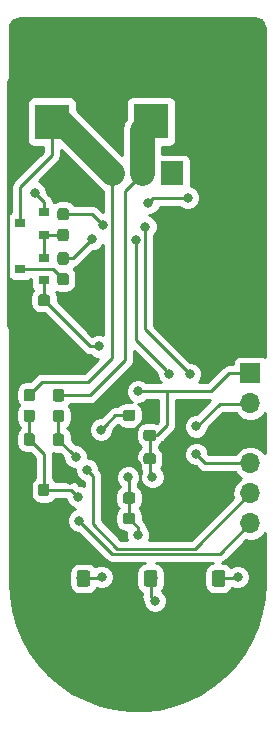
<source format=gbl>
G04 #@! TF.GenerationSoftware,KiCad,Pcbnew,5.0.2-bee76a0~70~ubuntu16.04.1*
G04 #@! TF.CreationDate,2019-05-19T10:48:13+01:00*
G04 #@! TF.ProjectId,project,70726f6a-6563-4742-9e6b-696361645f70,rev?*
G04 #@! TF.SameCoordinates,Original*
G04 #@! TF.FileFunction,Copper,L2,Bot*
G04 #@! TF.FilePolarity,Positive*
%FSLAX46Y46*%
G04 Gerber Fmt 4.6, Leading zero omitted, Abs format (unit mm)*
G04 Created by KiCad (PCBNEW 5.0.2-bee76a0~70~ubuntu16.04.1) date Sun 19 May 2019 10:48:13 BST*
%MOMM*%
%LPD*%
G01*
G04 APERTURE LIST*
G04 #@! TA.AperFunction,ComponentPad*
%ADD10R,3.000000X3.000000*%
G04 #@! TD*
G04 #@! TA.AperFunction,ComponentPad*
%ADD11C,3.000000*%
G04 #@! TD*
G04 #@! TA.AperFunction,Conductor*
%ADD12C,0.100000*%
G04 #@! TD*
G04 #@! TA.AperFunction,SMDPad,CuDef*
%ADD13C,0.950000*%
G04 #@! TD*
G04 #@! TA.AperFunction,ComponentPad*
%ADD14R,1.905000X2.000000*%
G04 #@! TD*
G04 #@! TA.AperFunction,ComponentPad*
%ADD15O,1.905000X2.000000*%
G04 #@! TD*
G04 #@! TA.AperFunction,SMDPad,CuDef*
%ADD16R,0.900000X0.800000*%
G04 #@! TD*
G04 #@! TA.AperFunction,SMDPad,CuDef*
%ADD17C,1.150000*%
G04 #@! TD*
G04 #@! TA.AperFunction,ComponentPad*
%ADD18C,6.400000*%
G04 #@! TD*
G04 #@! TA.AperFunction,ComponentPad*
%ADD19R,1.700000X1.700000*%
G04 #@! TD*
G04 #@! TA.AperFunction,ComponentPad*
%ADD20O,1.700000X1.700000*%
G04 #@! TD*
G04 #@! TA.AperFunction,ViaPad*
%ADD21C,0.800000*%
G04 #@! TD*
G04 #@! TA.AperFunction,Conductor*
%ADD22C,0.250000*%
G04 #@! TD*
G04 #@! TA.AperFunction,Conductor*
%ADD23C,2.100000*%
G04 #@! TD*
G04 #@! TA.AperFunction,Conductor*
%ADD24C,0.254000*%
G04 #@! TD*
G04 APERTURE END LIST*
D10*
G04 #@! TO.P,SC1,1*
G04 #@! TO.N,/SOLAR*
X137800000Y-73120000D03*
D11*
G04 #@! TO.P,SC1,2*
G04 #@! TO.N,GND*
X137800000Y-68040000D03*
G04 #@! TD*
D12*
G04 #@! TO.N,+3V3*
G04 #@! TO.C,C6*
G36*
X137985779Y-99216144D02*
X138008834Y-99219563D01*
X138031443Y-99225227D01*
X138053387Y-99233079D01*
X138074457Y-99243044D01*
X138094448Y-99255026D01*
X138113168Y-99268910D01*
X138130438Y-99284562D01*
X138146090Y-99301832D01*
X138159974Y-99320552D01*
X138171956Y-99340543D01*
X138181921Y-99361613D01*
X138189773Y-99383557D01*
X138195437Y-99406166D01*
X138198856Y-99429221D01*
X138200000Y-99452500D01*
X138200000Y-99927500D01*
X138198856Y-99950779D01*
X138195437Y-99973834D01*
X138189773Y-99996443D01*
X138181921Y-100018387D01*
X138171956Y-100039457D01*
X138159974Y-100059448D01*
X138146090Y-100078168D01*
X138130438Y-100095438D01*
X138113168Y-100111090D01*
X138094448Y-100124974D01*
X138074457Y-100136956D01*
X138053387Y-100146921D01*
X138031443Y-100154773D01*
X138008834Y-100160437D01*
X137985779Y-100163856D01*
X137962500Y-100165000D01*
X137387500Y-100165000D01*
X137364221Y-100163856D01*
X137341166Y-100160437D01*
X137318557Y-100154773D01*
X137296613Y-100146921D01*
X137275543Y-100136956D01*
X137255552Y-100124974D01*
X137236832Y-100111090D01*
X137219562Y-100095438D01*
X137203910Y-100078168D01*
X137190026Y-100059448D01*
X137178044Y-100039457D01*
X137168079Y-100018387D01*
X137160227Y-99996443D01*
X137154563Y-99973834D01*
X137151144Y-99950779D01*
X137150000Y-99927500D01*
X137150000Y-99452500D01*
X137151144Y-99429221D01*
X137154563Y-99406166D01*
X137160227Y-99383557D01*
X137168079Y-99361613D01*
X137178044Y-99340543D01*
X137190026Y-99320552D01*
X137203910Y-99301832D01*
X137219562Y-99284562D01*
X137236832Y-99268910D01*
X137255552Y-99255026D01*
X137275543Y-99243044D01*
X137296613Y-99233079D01*
X137318557Y-99225227D01*
X137341166Y-99219563D01*
X137364221Y-99216144D01*
X137387500Y-99215000D01*
X137962500Y-99215000D01*
X137985779Y-99216144D01*
X137985779Y-99216144D01*
G37*
D13*
G04 #@! TD*
G04 #@! TO.P,C6,1*
G04 #@! TO.N,+3V3*
X137675000Y-99690000D03*
D12*
G04 #@! TO.N,GND*
G04 #@! TO.C,C6*
G36*
X136235779Y-99216144D02*
X136258834Y-99219563D01*
X136281443Y-99225227D01*
X136303387Y-99233079D01*
X136324457Y-99243044D01*
X136344448Y-99255026D01*
X136363168Y-99268910D01*
X136380438Y-99284562D01*
X136396090Y-99301832D01*
X136409974Y-99320552D01*
X136421956Y-99340543D01*
X136431921Y-99361613D01*
X136439773Y-99383557D01*
X136445437Y-99406166D01*
X136448856Y-99429221D01*
X136450000Y-99452500D01*
X136450000Y-99927500D01*
X136448856Y-99950779D01*
X136445437Y-99973834D01*
X136439773Y-99996443D01*
X136431921Y-100018387D01*
X136421956Y-100039457D01*
X136409974Y-100059448D01*
X136396090Y-100078168D01*
X136380438Y-100095438D01*
X136363168Y-100111090D01*
X136344448Y-100124974D01*
X136324457Y-100136956D01*
X136303387Y-100146921D01*
X136281443Y-100154773D01*
X136258834Y-100160437D01*
X136235779Y-100163856D01*
X136212500Y-100165000D01*
X135637500Y-100165000D01*
X135614221Y-100163856D01*
X135591166Y-100160437D01*
X135568557Y-100154773D01*
X135546613Y-100146921D01*
X135525543Y-100136956D01*
X135505552Y-100124974D01*
X135486832Y-100111090D01*
X135469562Y-100095438D01*
X135453910Y-100078168D01*
X135440026Y-100059448D01*
X135428044Y-100039457D01*
X135418079Y-100018387D01*
X135410227Y-99996443D01*
X135404563Y-99973834D01*
X135401144Y-99950779D01*
X135400000Y-99927500D01*
X135400000Y-99452500D01*
X135401144Y-99429221D01*
X135404563Y-99406166D01*
X135410227Y-99383557D01*
X135418079Y-99361613D01*
X135428044Y-99340543D01*
X135440026Y-99320552D01*
X135453910Y-99301832D01*
X135469562Y-99284562D01*
X135486832Y-99268910D01*
X135505552Y-99255026D01*
X135525543Y-99243044D01*
X135546613Y-99233079D01*
X135568557Y-99225227D01*
X135591166Y-99219563D01*
X135614221Y-99216144D01*
X135637500Y-99215000D01*
X136212500Y-99215000D01*
X136235779Y-99216144D01*
X136235779Y-99216144D01*
G37*
D13*
G04 #@! TD*
G04 #@! TO.P,C6,2*
G04 #@! TO.N,GND*
X135925000Y-99690000D03*
D14*
G04 #@! TO.P,Q3,1*
G04 #@! TO.N,Net-(Q3-Pad1)*
X139570000Y-77500000D03*
D15*
G04 #@! TO.P,Q3,2*
G04 #@! TO.N,/SOLAR*
X137030000Y-77500000D03*
G04 #@! TO.P,Q3,3*
G04 #@! TO.N,/BATT*
X134490000Y-77500000D03*
G04 #@! TD*
D12*
G04 #@! TO.N,Net-(C2-Pad1)*
G04 #@! TO.C,C2*
G36*
X130605779Y-82201144D02*
X130628834Y-82204563D01*
X130651443Y-82210227D01*
X130673387Y-82218079D01*
X130694457Y-82228044D01*
X130714448Y-82240026D01*
X130733168Y-82253910D01*
X130750438Y-82269562D01*
X130766090Y-82286832D01*
X130779974Y-82305552D01*
X130791956Y-82325543D01*
X130801921Y-82346613D01*
X130809773Y-82368557D01*
X130815437Y-82391166D01*
X130818856Y-82414221D01*
X130820000Y-82437500D01*
X130820000Y-83012500D01*
X130818856Y-83035779D01*
X130815437Y-83058834D01*
X130809773Y-83081443D01*
X130801921Y-83103387D01*
X130791956Y-83124457D01*
X130779974Y-83144448D01*
X130766090Y-83163168D01*
X130750438Y-83180438D01*
X130733168Y-83196090D01*
X130714448Y-83209974D01*
X130694457Y-83221956D01*
X130673387Y-83231921D01*
X130651443Y-83239773D01*
X130628834Y-83245437D01*
X130605779Y-83248856D01*
X130582500Y-83250000D01*
X130107500Y-83250000D01*
X130084221Y-83248856D01*
X130061166Y-83245437D01*
X130038557Y-83239773D01*
X130016613Y-83231921D01*
X129995543Y-83221956D01*
X129975552Y-83209974D01*
X129956832Y-83196090D01*
X129939562Y-83180438D01*
X129923910Y-83163168D01*
X129910026Y-83144448D01*
X129898044Y-83124457D01*
X129888079Y-83103387D01*
X129880227Y-83081443D01*
X129874563Y-83058834D01*
X129871144Y-83035779D01*
X129870000Y-83012500D01*
X129870000Y-82437500D01*
X129871144Y-82414221D01*
X129874563Y-82391166D01*
X129880227Y-82368557D01*
X129888079Y-82346613D01*
X129898044Y-82325543D01*
X129910026Y-82305552D01*
X129923910Y-82286832D01*
X129939562Y-82269562D01*
X129956832Y-82253910D01*
X129975552Y-82240026D01*
X129995543Y-82228044D01*
X130016613Y-82218079D01*
X130038557Y-82210227D01*
X130061166Y-82204563D01*
X130084221Y-82201144D01*
X130107500Y-82200000D01*
X130582500Y-82200000D01*
X130605779Y-82201144D01*
X130605779Y-82201144D01*
G37*
D13*
G04 #@! TD*
G04 #@! TO.P,C2,1*
G04 #@! TO.N,Net-(C2-Pad1)*
X130345000Y-82725000D03*
D12*
G04 #@! TO.N,pump1*
G04 #@! TO.C,C2*
G36*
X130605779Y-80451144D02*
X130628834Y-80454563D01*
X130651443Y-80460227D01*
X130673387Y-80468079D01*
X130694457Y-80478044D01*
X130714448Y-80490026D01*
X130733168Y-80503910D01*
X130750438Y-80519562D01*
X130766090Y-80536832D01*
X130779974Y-80555552D01*
X130791956Y-80575543D01*
X130801921Y-80596613D01*
X130809773Y-80618557D01*
X130815437Y-80641166D01*
X130818856Y-80664221D01*
X130820000Y-80687500D01*
X130820000Y-81262500D01*
X130818856Y-81285779D01*
X130815437Y-81308834D01*
X130809773Y-81331443D01*
X130801921Y-81353387D01*
X130791956Y-81374457D01*
X130779974Y-81394448D01*
X130766090Y-81413168D01*
X130750438Y-81430438D01*
X130733168Y-81446090D01*
X130714448Y-81459974D01*
X130694457Y-81471956D01*
X130673387Y-81481921D01*
X130651443Y-81489773D01*
X130628834Y-81495437D01*
X130605779Y-81498856D01*
X130582500Y-81500000D01*
X130107500Y-81500000D01*
X130084221Y-81498856D01*
X130061166Y-81495437D01*
X130038557Y-81489773D01*
X130016613Y-81481921D01*
X129995543Y-81471956D01*
X129975552Y-81459974D01*
X129956832Y-81446090D01*
X129939562Y-81430438D01*
X129923910Y-81413168D01*
X129910026Y-81394448D01*
X129898044Y-81374457D01*
X129888079Y-81353387D01*
X129880227Y-81331443D01*
X129874563Y-81308834D01*
X129871144Y-81285779D01*
X129870000Y-81262500D01*
X129870000Y-80687500D01*
X129871144Y-80664221D01*
X129874563Y-80641166D01*
X129880227Y-80618557D01*
X129888079Y-80596613D01*
X129898044Y-80575543D01*
X129910026Y-80555552D01*
X129923910Y-80536832D01*
X129939562Y-80519562D01*
X129956832Y-80503910D01*
X129975552Y-80490026D01*
X129995543Y-80478044D01*
X130016613Y-80468079D01*
X130038557Y-80460227D01*
X130061166Y-80454563D01*
X130084221Y-80451144D01*
X130107500Y-80450000D01*
X130582500Y-80450000D01*
X130605779Y-80451144D01*
X130605779Y-80451144D01*
G37*
D13*
G04 #@! TD*
G04 #@! TO.P,C2,2*
G04 #@! TO.N,pump1*
X130345000Y-80975000D03*
D12*
G04 #@! TO.N,pump2*
G04 #@! TO.C,C4*
G36*
X130605779Y-84201144D02*
X130628834Y-84204563D01*
X130651443Y-84210227D01*
X130673387Y-84218079D01*
X130694457Y-84228044D01*
X130714448Y-84240026D01*
X130733168Y-84253910D01*
X130750438Y-84269562D01*
X130766090Y-84286832D01*
X130779974Y-84305552D01*
X130791956Y-84325543D01*
X130801921Y-84346613D01*
X130809773Y-84368557D01*
X130815437Y-84391166D01*
X130818856Y-84414221D01*
X130820000Y-84437500D01*
X130820000Y-85012500D01*
X130818856Y-85035779D01*
X130815437Y-85058834D01*
X130809773Y-85081443D01*
X130801921Y-85103387D01*
X130791956Y-85124457D01*
X130779974Y-85144448D01*
X130766090Y-85163168D01*
X130750438Y-85180438D01*
X130733168Y-85196090D01*
X130714448Y-85209974D01*
X130694457Y-85221956D01*
X130673387Y-85231921D01*
X130651443Y-85239773D01*
X130628834Y-85245437D01*
X130605779Y-85248856D01*
X130582500Y-85250000D01*
X130107500Y-85250000D01*
X130084221Y-85248856D01*
X130061166Y-85245437D01*
X130038557Y-85239773D01*
X130016613Y-85231921D01*
X129995543Y-85221956D01*
X129975552Y-85209974D01*
X129956832Y-85196090D01*
X129939562Y-85180438D01*
X129923910Y-85163168D01*
X129910026Y-85144448D01*
X129898044Y-85124457D01*
X129888079Y-85103387D01*
X129880227Y-85081443D01*
X129874563Y-85058834D01*
X129871144Y-85035779D01*
X129870000Y-85012500D01*
X129870000Y-84437500D01*
X129871144Y-84414221D01*
X129874563Y-84391166D01*
X129880227Y-84368557D01*
X129888079Y-84346613D01*
X129898044Y-84325543D01*
X129910026Y-84305552D01*
X129923910Y-84286832D01*
X129939562Y-84269562D01*
X129956832Y-84253910D01*
X129975552Y-84240026D01*
X129995543Y-84228044D01*
X130016613Y-84218079D01*
X130038557Y-84210227D01*
X130061166Y-84204563D01*
X130084221Y-84201144D01*
X130107500Y-84200000D01*
X130582500Y-84200000D01*
X130605779Y-84201144D01*
X130605779Y-84201144D01*
G37*
D13*
G04 #@! TD*
G04 #@! TO.P,C4,2*
G04 #@! TO.N,pump2*
X130345000Y-84725000D03*
D12*
G04 #@! TO.N,Net-(C4-Pad1)*
G04 #@! TO.C,C4*
G36*
X130605779Y-85951144D02*
X130628834Y-85954563D01*
X130651443Y-85960227D01*
X130673387Y-85968079D01*
X130694457Y-85978044D01*
X130714448Y-85990026D01*
X130733168Y-86003910D01*
X130750438Y-86019562D01*
X130766090Y-86036832D01*
X130779974Y-86055552D01*
X130791956Y-86075543D01*
X130801921Y-86096613D01*
X130809773Y-86118557D01*
X130815437Y-86141166D01*
X130818856Y-86164221D01*
X130820000Y-86187500D01*
X130820000Y-86762500D01*
X130818856Y-86785779D01*
X130815437Y-86808834D01*
X130809773Y-86831443D01*
X130801921Y-86853387D01*
X130791956Y-86874457D01*
X130779974Y-86894448D01*
X130766090Y-86913168D01*
X130750438Y-86930438D01*
X130733168Y-86946090D01*
X130714448Y-86959974D01*
X130694457Y-86971956D01*
X130673387Y-86981921D01*
X130651443Y-86989773D01*
X130628834Y-86995437D01*
X130605779Y-86998856D01*
X130582500Y-87000000D01*
X130107500Y-87000000D01*
X130084221Y-86998856D01*
X130061166Y-86995437D01*
X130038557Y-86989773D01*
X130016613Y-86981921D01*
X129995543Y-86971956D01*
X129975552Y-86959974D01*
X129956832Y-86946090D01*
X129939562Y-86930438D01*
X129923910Y-86913168D01*
X129910026Y-86894448D01*
X129898044Y-86874457D01*
X129888079Y-86853387D01*
X129880227Y-86831443D01*
X129874563Y-86808834D01*
X129871144Y-86785779D01*
X129870000Y-86762500D01*
X129870000Y-86187500D01*
X129871144Y-86164221D01*
X129874563Y-86141166D01*
X129880227Y-86118557D01*
X129888079Y-86096613D01*
X129898044Y-86075543D01*
X129910026Y-86055552D01*
X129923910Y-86036832D01*
X129939562Y-86019562D01*
X129956832Y-86003910D01*
X129975552Y-85990026D01*
X129995543Y-85978044D01*
X130016613Y-85968079D01*
X130038557Y-85960227D01*
X130061166Y-85954563D01*
X130084221Y-85951144D01*
X130107500Y-85950000D01*
X130582500Y-85950000D01*
X130605779Y-85951144D01*
X130605779Y-85951144D01*
G37*
D13*
G04 #@! TD*
G04 #@! TO.P,C4,1*
G04 #@! TO.N,Net-(C4-Pad1)*
X130345000Y-86475000D03*
D12*
G04 #@! TO.N,GND*
G04 #@! TO.C,C5*
G36*
X130780779Y-87776144D02*
X130803834Y-87779563D01*
X130826443Y-87785227D01*
X130848387Y-87793079D01*
X130869457Y-87803044D01*
X130889448Y-87815026D01*
X130908168Y-87828910D01*
X130925438Y-87844562D01*
X130941090Y-87861832D01*
X130954974Y-87880552D01*
X130966956Y-87900543D01*
X130976921Y-87921613D01*
X130984773Y-87943557D01*
X130990437Y-87966166D01*
X130993856Y-87989221D01*
X130995000Y-88012500D01*
X130995000Y-88487500D01*
X130993856Y-88510779D01*
X130990437Y-88533834D01*
X130984773Y-88556443D01*
X130976921Y-88578387D01*
X130966956Y-88599457D01*
X130954974Y-88619448D01*
X130941090Y-88638168D01*
X130925438Y-88655438D01*
X130908168Y-88671090D01*
X130889448Y-88684974D01*
X130869457Y-88696956D01*
X130848387Y-88706921D01*
X130826443Y-88714773D01*
X130803834Y-88720437D01*
X130780779Y-88723856D01*
X130757500Y-88725000D01*
X130182500Y-88725000D01*
X130159221Y-88723856D01*
X130136166Y-88720437D01*
X130113557Y-88714773D01*
X130091613Y-88706921D01*
X130070543Y-88696956D01*
X130050552Y-88684974D01*
X130031832Y-88671090D01*
X130014562Y-88655438D01*
X129998910Y-88638168D01*
X129985026Y-88619448D01*
X129973044Y-88599457D01*
X129963079Y-88578387D01*
X129955227Y-88556443D01*
X129949563Y-88533834D01*
X129946144Y-88510779D01*
X129945000Y-88487500D01*
X129945000Y-88012500D01*
X129946144Y-87989221D01*
X129949563Y-87966166D01*
X129955227Y-87943557D01*
X129963079Y-87921613D01*
X129973044Y-87900543D01*
X129985026Y-87880552D01*
X129998910Y-87861832D01*
X130014562Y-87844562D01*
X130031832Y-87828910D01*
X130050552Y-87815026D01*
X130070543Y-87803044D01*
X130091613Y-87793079D01*
X130113557Y-87785227D01*
X130136166Y-87779563D01*
X130159221Y-87776144D01*
X130182500Y-87775000D01*
X130757500Y-87775000D01*
X130780779Y-87776144D01*
X130780779Y-87776144D01*
G37*
D13*
G04 #@! TD*
G04 #@! TO.P,C5,2*
G04 #@! TO.N,GND*
X130470000Y-88250000D03*
D12*
G04 #@! TO.N,/V_GATE*
G04 #@! TO.C,C5*
G36*
X129030779Y-87776144D02*
X129053834Y-87779563D01*
X129076443Y-87785227D01*
X129098387Y-87793079D01*
X129119457Y-87803044D01*
X129139448Y-87815026D01*
X129158168Y-87828910D01*
X129175438Y-87844562D01*
X129191090Y-87861832D01*
X129204974Y-87880552D01*
X129216956Y-87900543D01*
X129226921Y-87921613D01*
X129234773Y-87943557D01*
X129240437Y-87966166D01*
X129243856Y-87989221D01*
X129245000Y-88012500D01*
X129245000Y-88487500D01*
X129243856Y-88510779D01*
X129240437Y-88533834D01*
X129234773Y-88556443D01*
X129226921Y-88578387D01*
X129216956Y-88599457D01*
X129204974Y-88619448D01*
X129191090Y-88638168D01*
X129175438Y-88655438D01*
X129158168Y-88671090D01*
X129139448Y-88684974D01*
X129119457Y-88696956D01*
X129098387Y-88706921D01*
X129076443Y-88714773D01*
X129053834Y-88720437D01*
X129030779Y-88723856D01*
X129007500Y-88725000D01*
X128432500Y-88725000D01*
X128409221Y-88723856D01*
X128386166Y-88720437D01*
X128363557Y-88714773D01*
X128341613Y-88706921D01*
X128320543Y-88696956D01*
X128300552Y-88684974D01*
X128281832Y-88671090D01*
X128264562Y-88655438D01*
X128248910Y-88638168D01*
X128235026Y-88619448D01*
X128223044Y-88599457D01*
X128213079Y-88578387D01*
X128205227Y-88556443D01*
X128199563Y-88533834D01*
X128196144Y-88510779D01*
X128195000Y-88487500D01*
X128195000Y-88012500D01*
X128196144Y-87989221D01*
X128199563Y-87966166D01*
X128205227Y-87943557D01*
X128213079Y-87921613D01*
X128223044Y-87900543D01*
X128235026Y-87880552D01*
X128248910Y-87861832D01*
X128264562Y-87844562D01*
X128281832Y-87828910D01*
X128300552Y-87815026D01*
X128320543Y-87803044D01*
X128341613Y-87793079D01*
X128363557Y-87785227D01*
X128386166Y-87779563D01*
X128409221Y-87776144D01*
X128432500Y-87775000D01*
X129007500Y-87775000D01*
X129030779Y-87776144D01*
X129030779Y-87776144D01*
G37*
D13*
G04 #@! TD*
G04 #@! TO.P,C5,1*
G04 #@! TO.N,/V_GATE*
X128720000Y-88250000D03*
D12*
G04 #@! TO.N,GND*
G04 #@! TO.C,C7*
G36*
X136235779Y-101216144D02*
X136258834Y-101219563D01*
X136281443Y-101225227D01*
X136303387Y-101233079D01*
X136324457Y-101243044D01*
X136344448Y-101255026D01*
X136363168Y-101268910D01*
X136380438Y-101284562D01*
X136396090Y-101301832D01*
X136409974Y-101320552D01*
X136421956Y-101340543D01*
X136431921Y-101361613D01*
X136439773Y-101383557D01*
X136445437Y-101406166D01*
X136448856Y-101429221D01*
X136450000Y-101452500D01*
X136450000Y-101927500D01*
X136448856Y-101950779D01*
X136445437Y-101973834D01*
X136439773Y-101996443D01*
X136431921Y-102018387D01*
X136421956Y-102039457D01*
X136409974Y-102059448D01*
X136396090Y-102078168D01*
X136380438Y-102095438D01*
X136363168Y-102111090D01*
X136344448Y-102124974D01*
X136324457Y-102136956D01*
X136303387Y-102146921D01*
X136281443Y-102154773D01*
X136258834Y-102160437D01*
X136235779Y-102163856D01*
X136212500Y-102165000D01*
X135637500Y-102165000D01*
X135614221Y-102163856D01*
X135591166Y-102160437D01*
X135568557Y-102154773D01*
X135546613Y-102146921D01*
X135525543Y-102136956D01*
X135505552Y-102124974D01*
X135486832Y-102111090D01*
X135469562Y-102095438D01*
X135453910Y-102078168D01*
X135440026Y-102059448D01*
X135428044Y-102039457D01*
X135418079Y-102018387D01*
X135410227Y-101996443D01*
X135404563Y-101973834D01*
X135401144Y-101950779D01*
X135400000Y-101927500D01*
X135400000Y-101452500D01*
X135401144Y-101429221D01*
X135404563Y-101406166D01*
X135410227Y-101383557D01*
X135418079Y-101361613D01*
X135428044Y-101340543D01*
X135440026Y-101320552D01*
X135453910Y-101301832D01*
X135469562Y-101284562D01*
X135486832Y-101268910D01*
X135505552Y-101255026D01*
X135525543Y-101243044D01*
X135546613Y-101233079D01*
X135568557Y-101225227D01*
X135591166Y-101219563D01*
X135614221Y-101216144D01*
X135637500Y-101215000D01*
X136212500Y-101215000D01*
X136235779Y-101216144D01*
X136235779Y-101216144D01*
G37*
D13*
G04 #@! TD*
G04 #@! TO.P,C7,2*
G04 #@! TO.N,GND*
X135925000Y-101690000D03*
D12*
G04 #@! TO.N,+3V3*
G04 #@! TO.C,C7*
G36*
X137985779Y-101216144D02*
X138008834Y-101219563D01*
X138031443Y-101225227D01*
X138053387Y-101233079D01*
X138074457Y-101243044D01*
X138094448Y-101255026D01*
X138113168Y-101268910D01*
X138130438Y-101284562D01*
X138146090Y-101301832D01*
X138159974Y-101320552D01*
X138171956Y-101340543D01*
X138181921Y-101361613D01*
X138189773Y-101383557D01*
X138195437Y-101406166D01*
X138198856Y-101429221D01*
X138200000Y-101452500D01*
X138200000Y-101927500D01*
X138198856Y-101950779D01*
X138195437Y-101973834D01*
X138189773Y-101996443D01*
X138181921Y-102018387D01*
X138171956Y-102039457D01*
X138159974Y-102059448D01*
X138146090Y-102078168D01*
X138130438Y-102095438D01*
X138113168Y-102111090D01*
X138094448Y-102124974D01*
X138074457Y-102136956D01*
X138053387Y-102146921D01*
X138031443Y-102154773D01*
X138008834Y-102160437D01*
X137985779Y-102163856D01*
X137962500Y-102165000D01*
X137387500Y-102165000D01*
X137364221Y-102163856D01*
X137341166Y-102160437D01*
X137318557Y-102154773D01*
X137296613Y-102146921D01*
X137275543Y-102136956D01*
X137255552Y-102124974D01*
X137236832Y-102111090D01*
X137219562Y-102095438D01*
X137203910Y-102078168D01*
X137190026Y-102059448D01*
X137178044Y-102039457D01*
X137168079Y-102018387D01*
X137160227Y-101996443D01*
X137154563Y-101973834D01*
X137151144Y-101950779D01*
X137150000Y-101927500D01*
X137150000Y-101452500D01*
X137151144Y-101429221D01*
X137154563Y-101406166D01*
X137160227Y-101383557D01*
X137168079Y-101361613D01*
X137178044Y-101340543D01*
X137190026Y-101320552D01*
X137203910Y-101301832D01*
X137219562Y-101284562D01*
X137236832Y-101268910D01*
X137255552Y-101255026D01*
X137275543Y-101243044D01*
X137296613Y-101233079D01*
X137318557Y-101225227D01*
X137341166Y-101219563D01*
X137364221Y-101216144D01*
X137387500Y-101215000D01*
X137962500Y-101215000D01*
X137985779Y-101216144D01*
X137985779Y-101216144D01*
G37*
D13*
G04 #@! TD*
G04 #@! TO.P,C7,1*
G04 #@! TO.N,+3V3*
X137675000Y-101690000D03*
D12*
G04 #@! TO.N,+3V3*
G04 #@! TO.C,C8*
G36*
X136255779Y-104526144D02*
X136278834Y-104529563D01*
X136301443Y-104535227D01*
X136323387Y-104543079D01*
X136344457Y-104553044D01*
X136364448Y-104565026D01*
X136383168Y-104578910D01*
X136400438Y-104594562D01*
X136416090Y-104611832D01*
X136429974Y-104630552D01*
X136441956Y-104650543D01*
X136451921Y-104671613D01*
X136459773Y-104693557D01*
X136465437Y-104716166D01*
X136468856Y-104739221D01*
X136470000Y-104762500D01*
X136470000Y-105237500D01*
X136468856Y-105260779D01*
X136465437Y-105283834D01*
X136459773Y-105306443D01*
X136451921Y-105328387D01*
X136441956Y-105349457D01*
X136429974Y-105369448D01*
X136416090Y-105388168D01*
X136400438Y-105405438D01*
X136383168Y-105421090D01*
X136364448Y-105434974D01*
X136344457Y-105446956D01*
X136323387Y-105456921D01*
X136301443Y-105464773D01*
X136278834Y-105470437D01*
X136255779Y-105473856D01*
X136232500Y-105475000D01*
X135657500Y-105475000D01*
X135634221Y-105473856D01*
X135611166Y-105470437D01*
X135588557Y-105464773D01*
X135566613Y-105456921D01*
X135545543Y-105446956D01*
X135525552Y-105434974D01*
X135506832Y-105421090D01*
X135489562Y-105405438D01*
X135473910Y-105388168D01*
X135460026Y-105369448D01*
X135448044Y-105349457D01*
X135438079Y-105328387D01*
X135430227Y-105306443D01*
X135424563Y-105283834D01*
X135421144Y-105260779D01*
X135420000Y-105237500D01*
X135420000Y-104762500D01*
X135421144Y-104739221D01*
X135424563Y-104716166D01*
X135430227Y-104693557D01*
X135438079Y-104671613D01*
X135448044Y-104650543D01*
X135460026Y-104630552D01*
X135473910Y-104611832D01*
X135489562Y-104594562D01*
X135506832Y-104578910D01*
X135525552Y-104565026D01*
X135545543Y-104553044D01*
X135566613Y-104543079D01*
X135588557Y-104535227D01*
X135611166Y-104529563D01*
X135634221Y-104526144D01*
X135657500Y-104525000D01*
X136232500Y-104525000D01*
X136255779Y-104526144D01*
X136255779Y-104526144D01*
G37*
D13*
G04 #@! TD*
G04 #@! TO.P,C8,1*
G04 #@! TO.N,+3V3*
X135945000Y-105000000D03*
D12*
G04 #@! TO.N,GND*
G04 #@! TO.C,C8*
G36*
X138005779Y-104526144D02*
X138028834Y-104529563D01*
X138051443Y-104535227D01*
X138073387Y-104543079D01*
X138094457Y-104553044D01*
X138114448Y-104565026D01*
X138133168Y-104578910D01*
X138150438Y-104594562D01*
X138166090Y-104611832D01*
X138179974Y-104630552D01*
X138191956Y-104650543D01*
X138201921Y-104671613D01*
X138209773Y-104693557D01*
X138215437Y-104716166D01*
X138218856Y-104739221D01*
X138220000Y-104762500D01*
X138220000Y-105237500D01*
X138218856Y-105260779D01*
X138215437Y-105283834D01*
X138209773Y-105306443D01*
X138201921Y-105328387D01*
X138191956Y-105349457D01*
X138179974Y-105369448D01*
X138166090Y-105388168D01*
X138150438Y-105405438D01*
X138133168Y-105421090D01*
X138114448Y-105434974D01*
X138094457Y-105446956D01*
X138073387Y-105456921D01*
X138051443Y-105464773D01*
X138028834Y-105470437D01*
X138005779Y-105473856D01*
X137982500Y-105475000D01*
X137407500Y-105475000D01*
X137384221Y-105473856D01*
X137361166Y-105470437D01*
X137338557Y-105464773D01*
X137316613Y-105456921D01*
X137295543Y-105446956D01*
X137275552Y-105434974D01*
X137256832Y-105421090D01*
X137239562Y-105405438D01*
X137223910Y-105388168D01*
X137210026Y-105369448D01*
X137198044Y-105349457D01*
X137188079Y-105328387D01*
X137180227Y-105306443D01*
X137174563Y-105283834D01*
X137171144Y-105260779D01*
X137170000Y-105237500D01*
X137170000Y-104762500D01*
X137171144Y-104739221D01*
X137174563Y-104716166D01*
X137180227Y-104693557D01*
X137188079Y-104671613D01*
X137198044Y-104650543D01*
X137210026Y-104630552D01*
X137223910Y-104611832D01*
X137239562Y-104594562D01*
X137256832Y-104578910D01*
X137275552Y-104565026D01*
X137295543Y-104553044D01*
X137316613Y-104543079D01*
X137338557Y-104535227D01*
X137361166Y-104529563D01*
X137384221Y-104526144D01*
X137407500Y-104525000D01*
X137982500Y-104525000D01*
X138005779Y-104526144D01*
X138005779Y-104526144D01*
G37*
D13*
G04 #@! TD*
G04 #@! TO.P,C8,2*
G04 #@! TO.N,GND*
X137695000Y-105000000D03*
D12*
G04 #@! TO.N,GND*
G04 #@! TO.C,C9*
G36*
X138005779Y-106276144D02*
X138028834Y-106279563D01*
X138051443Y-106285227D01*
X138073387Y-106293079D01*
X138094457Y-106303044D01*
X138114448Y-106315026D01*
X138133168Y-106328910D01*
X138150438Y-106344562D01*
X138166090Y-106361832D01*
X138179974Y-106380552D01*
X138191956Y-106400543D01*
X138201921Y-106421613D01*
X138209773Y-106443557D01*
X138215437Y-106466166D01*
X138218856Y-106489221D01*
X138220000Y-106512500D01*
X138220000Y-106987500D01*
X138218856Y-107010779D01*
X138215437Y-107033834D01*
X138209773Y-107056443D01*
X138201921Y-107078387D01*
X138191956Y-107099457D01*
X138179974Y-107119448D01*
X138166090Y-107138168D01*
X138150438Y-107155438D01*
X138133168Y-107171090D01*
X138114448Y-107184974D01*
X138094457Y-107196956D01*
X138073387Y-107206921D01*
X138051443Y-107214773D01*
X138028834Y-107220437D01*
X138005779Y-107223856D01*
X137982500Y-107225000D01*
X137407500Y-107225000D01*
X137384221Y-107223856D01*
X137361166Y-107220437D01*
X137338557Y-107214773D01*
X137316613Y-107206921D01*
X137295543Y-107196956D01*
X137275552Y-107184974D01*
X137256832Y-107171090D01*
X137239562Y-107155438D01*
X137223910Y-107138168D01*
X137210026Y-107119448D01*
X137198044Y-107099457D01*
X137188079Y-107078387D01*
X137180227Y-107056443D01*
X137174563Y-107033834D01*
X137171144Y-107010779D01*
X137170000Y-106987500D01*
X137170000Y-106512500D01*
X137171144Y-106489221D01*
X137174563Y-106466166D01*
X137180227Y-106443557D01*
X137188079Y-106421613D01*
X137198044Y-106400543D01*
X137210026Y-106380552D01*
X137223910Y-106361832D01*
X137239562Y-106344562D01*
X137256832Y-106328910D01*
X137275552Y-106315026D01*
X137295543Y-106303044D01*
X137316613Y-106293079D01*
X137338557Y-106285227D01*
X137361166Y-106279563D01*
X137384221Y-106276144D01*
X137407500Y-106275000D01*
X137982500Y-106275000D01*
X138005779Y-106276144D01*
X138005779Y-106276144D01*
G37*
D13*
G04 #@! TD*
G04 #@! TO.P,C9,2*
G04 #@! TO.N,GND*
X137695000Y-106750000D03*
D12*
G04 #@! TO.N,+3V3*
G04 #@! TO.C,C9*
G36*
X136255779Y-106276144D02*
X136278834Y-106279563D01*
X136301443Y-106285227D01*
X136323387Y-106293079D01*
X136344457Y-106303044D01*
X136364448Y-106315026D01*
X136383168Y-106328910D01*
X136400438Y-106344562D01*
X136416090Y-106361832D01*
X136429974Y-106380552D01*
X136441956Y-106400543D01*
X136451921Y-106421613D01*
X136459773Y-106443557D01*
X136465437Y-106466166D01*
X136468856Y-106489221D01*
X136470000Y-106512500D01*
X136470000Y-106987500D01*
X136468856Y-107010779D01*
X136465437Y-107033834D01*
X136459773Y-107056443D01*
X136451921Y-107078387D01*
X136441956Y-107099457D01*
X136429974Y-107119448D01*
X136416090Y-107138168D01*
X136400438Y-107155438D01*
X136383168Y-107171090D01*
X136364448Y-107184974D01*
X136344457Y-107196956D01*
X136323387Y-107206921D01*
X136301443Y-107214773D01*
X136278834Y-107220437D01*
X136255779Y-107223856D01*
X136232500Y-107225000D01*
X135657500Y-107225000D01*
X135634221Y-107223856D01*
X135611166Y-107220437D01*
X135588557Y-107214773D01*
X135566613Y-107206921D01*
X135545543Y-107196956D01*
X135525552Y-107184974D01*
X135506832Y-107171090D01*
X135489562Y-107155438D01*
X135473910Y-107138168D01*
X135460026Y-107119448D01*
X135448044Y-107099457D01*
X135438079Y-107078387D01*
X135430227Y-107056443D01*
X135424563Y-107033834D01*
X135421144Y-107010779D01*
X135420000Y-106987500D01*
X135420000Y-106512500D01*
X135421144Y-106489221D01*
X135424563Y-106466166D01*
X135430227Y-106443557D01*
X135438079Y-106421613D01*
X135448044Y-106400543D01*
X135460026Y-106380552D01*
X135473910Y-106361832D01*
X135489562Y-106344562D01*
X135506832Y-106328910D01*
X135525552Y-106315026D01*
X135545543Y-106303044D01*
X135566613Y-106293079D01*
X135588557Y-106285227D01*
X135611166Y-106279563D01*
X135634221Y-106276144D01*
X135657500Y-106275000D01*
X136232500Y-106275000D01*
X136255779Y-106276144D01*
X136255779Y-106276144D01*
G37*
D13*
G04 #@! TD*
G04 #@! TO.P,C9,1*
G04 #@! TO.N,+3V3*
X135945000Y-106750000D03*
D12*
G04 #@! TO.N,/BATT_SENSE*
G04 #@! TO.C,C10*
G36*
X128980779Y-103791144D02*
X129003834Y-103794563D01*
X129026443Y-103800227D01*
X129048387Y-103808079D01*
X129069457Y-103818044D01*
X129089448Y-103830026D01*
X129108168Y-103843910D01*
X129125438Y-103859562D01*
X129141090Y-103876832D01*
X129154974Y-103895552D01*
X129166956Y-103915543D01*
X129176921Y-103936613D01*
X129184773Y-103958557D01*
X129190437Y-103981166D01*
X129193856Y-104004221D01*
X129195000Y-104027500D01*
X129195000Y-104602500D01*
X129193856Y-104625779D01*
X129190437Y-104648834D01*
X129184773Y-104671443D01*
X129176921Y-104693387D01*
X129166956Y-104714457D01*
X129154974Y-104734448D01*
X129141090Y-104753168D01*
X129125438Y-104770438D01*
X129108168Y-104786090D01*
X129089448Y-104799974D01*
X129069457Y-104811956D01*
X129048387Y-104821921D01*
X129026443Y-104829773D01*
X129003834Y-104835437D01*
X128980779Y-104838856D01*
X128957500Y-104840000D01*
X128482500Y-104840000D01*
X128459221Y-104838856D01*
X128436166Y-104835437D01*
X128413557Y-104829773D01*
X128391613Y-104821921D01*
X128370543Y-104811956D01*
X128350552Y-104799974D01*
X128331832Y-104786090D01*
X128314562Y-104770438D01*
X128298910Y-104753168D01*
X128285026Y-104734448D01*
X128273044Y-104714457D01*
X128263079Y-104693387D01*
X128255227Y-104671443D01*
X128249563Y-104648834D01*
X128246144Y-104625779D01*
X128245000Y-104602500D01*
X128245000Y-104027500D01*
X128246144Y-104004221D01*
X128249563Y-103981166D01*
X128255227Y-103958557D01*
X128263079Y-103936613D01*
X128273044Y-103915543D01*
X128285026Y-103895552D01*
X128298910Y-103876832D01*
X128314562Y-103859562D01*
X128331832Y-103843910D01*
X128350552Y-103830026D01*
X128370543Y-103818044D01*
X128391613Y-103808079D01*
X128413557Y-103800227D01*
X128436166Y-103794563D01*
X128459221Y-103791144D01*
X128482500Y-103790000D01*
X128957500Y-103790000D01*
X128980779Y-103791144D01*
X128980779Y-103791144D01*
G37*
D13*
G04 #@! TD*
G04 #@! TO.P,C10,1*
G04 #@! TO.N,/BATT_SENSE*
X128720000Y-104315000D03*
D12*
G04 #@! TO.N,GND*
G04 #@! TO.C,C10*
G36*
X128980779Y-105541144D02*
X129003834Y-105544563D01*
X129026443Y-105550227D01*
X129048387Y-105558079D01*
X129069457Y-105568044D01*
X129089448Y-105580026D01*
X129108168Y-105593910D01*
X129125438Y-105609562D01*
X129141090Y-105626832D01*
X129154974Y-105645552D01*
X129166956Y-105665543D01*
X129176921Y-105686613D01*
X129184773Y-105708557D01*
X129190437Y-105731166D01*
X129193856Y-105754221D01*
X129195000Y-105777500D01*
X129195000Y-106352500D01*
X129193856Y-106375779D01*
X129190437Y-106398834D01*
X129184773Y-106421443D01*
X129176921Y-106443387D01*
X129166956Y-106464457D01*
X129154974Y-106484448D01*
X129141090Y-106503168D01*
X129125438Y-106520438D01*
X129108168Y-106536090D01*
X129089448Y-106549974D01*
X129069457Y-106561956D01*
X129048387Y-106571921D01*
X129026443Y-106579773D01*
X129003834Y-106585437D01*
X128980779Y-106588856D01*
X128957500Y-106590000D01*
X128482500Y-106590000D01*
X128459221Y-106588856D01*
X128436166Y-106585437D01*
X128413557Y-106579773D01*
X128391613Y-106571921D01*
X128370543Y-106561956D01*
X128350552Y-106549974D01*
X128331832Y-106536090D01*
X128314562Y-106520438D01*
X128298910Y-106503168D01*
X128285026Y-106484448D01*
X128273044Y-106464457D01*
X128263079Y-106443387D01*
X128255227Y-106421443D01*
X128249563Y-106398834D01*
X128246144Y-106375779D01*
X128245000Y-106352500D01*
X128245000Y-105777500D01*
X128246144Y-105754221D01*
X128249563Y-105731166D01*
X128255227Y-105708557D01*
X128263079Y-105686613D01*
X128273044Y-105665543D01*
X128285026Y-105645552D01*
X128298910Y-105626832D01*
X128314562Y-105609562D01*
X128331832Y-105593910D01*
X128350552Y-105580026D01*
X128370543Y-105568044D01*
X128391613Y-105558079D01*
X128413557Y-105550227D01*
X128436166Y-105544563D01*
X128459221Y-105541144D01*
X128482500Y-105540000D01*
X128957500Y-105540000D01*
X128980779Y-105541144D01*
X128980779Y-105541144D01*
G37*
D13*
G04 #@! TD*
G04 #@! TO.P,C10,2*
G04 #@! TO.N,GND*
X128720000Y-106065000D03*
D16*
G04 #@! TO.P,D2,1*
G04 #@! TO.N,Net-(C2-Pad1)*
X128695000Y-84650000D03*
G04 #@! TO.P,D2,2*
G04 #@! TO.N,/V_GATE*
X128695000Y-86550000D03*
G04 #@! TO.P,D2,3*
G04 #@! TO.N,Net-(C4-Pad1)*
X126695000Y-85600000D03*
G04 #@! TD*
D12*
G04 #@! TO.N,GND*
G04 #@! TO.C,D4*
G36*
X130357327Y-111116857D02*
X130381595Y-111120457D01*
X130405394Y-111126418D01*
X130428493Y-111134683D01*
X130450672Y-111145173D01*
X130471715Y-111157785D01*
X130491421Y-111172400D01*
X130509599Y-111188876D01*
X130526075Y-111207054D01*
X130540690Y-111226760D01*
X130553302Y-111247803D01*
X130563792Y-111269982D01*
X130572057Y-111293081D01*
X130578018Y-111316880D01*
X130581618Y-111341148D01*
X130582822Y-111365652D01*
X130582822Y-112265654D01*
X130581618Y-112290158D01*
X130578018Y-112314426D01*
X130572057Y-112338225D01*
X130563792Y-112361324D01*
X130553302Y-112383503D01*
X130540690Y-112404546D01*
X130526075Y-112424252D01*
X130509599Y-112442430D01*
X130491421Y-112458906D01*
X130471715Y-112473521D01*
X130450672Y-112486133D01*
X130428493Y-112496623D01*
X130405394Y-112504888D01*
X130381595Y-112510849D01*
X130357327Y-112514449D01*
X130332823Y-112515653D01*
X129682821Y-112515653D01*
X129658317Y-112514449D01*
X129634049Y-112510849D01*
X129610250Y-112504888D01*
X129587151Y-112496623D01*
X129564972Y-112486133D01*
X129543929Y-112473521D01*
X129524223Y-112458906D01*
X129506045Y-112442430D01*
X129489569Y-112424252D01*
X129474954Y-112404546D01*
X129462342Y-112383503D01*
X129451852Y-112361324D01*
X129443587Y-112338225D01*
X129437626Y-112314426D01*
X129434026Y-112290158D01*
X129432822Y-112265654D01*
X129432822Y-111365652D01*
X129434026Y-111341148D01*
X129437626Y-111316880D01*
X129443587Y-111293081D01*
X129451852Y-111269982D01*
X129462342Y-111247803D01*
X129474954Y-111226760D01*
X129489569Y-111207054D01*
X129506045Y-111188876D01*
X129524223Y-111172400D01*
X129543929Y-111157785D01*
X129564972Y-111145173D01*
X129587151Y-111134683D01*
X129610250Y-111126418D01*
X129634049Y-111120457D01*
X129658317Y-111116857D01*
X129682821Y-111115653D01*
X130332823Y-111115653D01*
X130357327Y-111116857D01*
X130357327Y-111116857D01*
G37*
D17*
G04 #@! TD*
G04 #@! TO.P,D4,1*
G04 #@! TO.N,GND*
X130007822Y-111815653D03*
D12*
G04 #@! TO.N,/LED_1*
G04 #@! TO.C,D4*
G36*
X132407327Y-111116857D02*
X132431595Y-111120457D01*
X132455394Y-111126418D01*
X132478493Y-111134683D01*
X132500672Y-111145173D01*
X132521715Y-111157785D01*
X132541421Y-111172400D01*
X132559599Y-111188876D01*
X132576075Y-111207054D01*
X132590690Y-111226760D01*
X132603302Y-111247803D01*
X132613792Y-111269982D01*
X132622057Y-111293081D01*
X132628018Y-111316880D01*
X132631618Y-111341148D01*
X132632822Y-111365652D01*
X132632822Y-112265654D01*
X132631618Y-112290158D01*
X132628018Y-112314426D01*
X132622057Y-112338225D01*
X132613792Y-112361324D01*
X132603302Y-112383503D01*
X132590690Y-112404546D01*
X132576075Y-112424252D01*
X132559599Y-112442430D01*
X132541421Y-112458906D01*
X132521715Y-112473521D01*
X132500672Y-112486133D01*
X132478493Y-112496623D01*
X132455394Y-112504888D01*
X132431595Y-112510849D01*
X132407327Y-112514449D01*
X132382823Y-112515653D01*
X131732821Y-112515653D01*
X131708317Y-112514449D01*
X131684049Y-112510849D01*
X131660250Y-112504888D01*
X131637151Y-112496623D01*
X131614972Y-112486133D01*
X131593929Y-112473521D01*
X131574223Y-112458906D01*
X131556045Y-112442430D01*
X131539569Y-112424252D01*
X131524954Y-112404546D01*
X131512342Y-112383503D01*
X131501852Y-112361324D01*
X131493587Y-112338225D01*
X131487626Y-112314426D01*
X131484026Y-112290158D01*
X131482822Y-112265654D01*
X131482822Y-111365652D01*
X131484026Y-111341148D01*
X131487626Y-111316880D01*
X131493587Y-111293081D01*
X131501852Y-111269982D01*
X131512342Y-111247803D01*
X131524954Y-111226760D01*
X131539569Y-111207054D01*
X131556045Y-111188876D01*
X131574223Y-111172400D01*
X131593929Y-111157785D01*
X131614972Y-111145173D01*
X131637151Y-111134683D01*
X131660250Y-111126418D01*
X131684049Y-111120457D01*
X131708317Y-111116857D01*
X131732821Y-111115653D01*
X132382823Y-111115653D01*
X132407327Y-111116857D01*
X132407327Y-111116857D01*
G37*
D17*
G04 #@! TD*
G04 #@! TO.P,D4,2*
G04 #@! TO.N,/LED_1*
X132057822Y-111815653D03*
D12*
G04 #@! TO.N,/LED_2*
G04 #@! TO.C,D5*
G36*
X138107327Y-111116857D02*
X138131595Y-111120457D01*
X138155394Y-111126418D01*
X138178493Y-111134683D01*
X138200672Y-111145173D01*
X138221715Y-111157785D01*
X138241421Y-111172400D01*
X138259599Y-111188876D01*
X138276075Y-111207054D01*
X138290690Y-111226760D01*
X138303302Y-111247803D01*
X138313792Y-111269982D01*
X138322057Y-111293081D01*
X138328018Y-111316880D01*
X138331618Y-111341148D01*
X138332822Y-111365652D01*
X138332822Y-112265654D01*
X138331618Y-112290158D01*
X138328018Y-112314426D01*
X138322057Y-112338225D01*
X138313792Y-112361324D01*
X138303302Y-112383503D01*
X138290690Y-112404546D01*
X138276075Y-112424252D01*
X138259599Y-112442430D01*
X138241421Y-112458906D01*
X138221715Y-112473521D01*
X138200672Y-112486133D01*
X138178493Y-112496623D01*
X138155394Y-112504888D01*
X138131595Y-112510849D01*
X138107327Y-112514449D01*
X138082823Y-112515653D01*
X137432821Y-112515653D01*
X137408317Y-112514449D01*
X137384049Y-112510849D01*
X137360250Y-112504888D01*
X137337151Y-112496623D01*
X137314972Y-112486133D01*
X137293929Y-112473521D01*
X137274223Y-112458906D01*
X137256045Y-112442430D01*
X137239569Y-112424252D01*
X137224954Y-112404546D01*
X137212342Y-112383503D01*
X137201852Y-112361324D01*
X137193587Y-112338225D01*
X137187626Y-112314426D01*
X137184026Y-112290158D01*
X137182822Y-112265654D01*
X137182822Y-111365652D01*
X137184026Y-111341148D01*
X137187626Y-111316880D01*
X137193587Y-111293081D01*
X137201852Y-111269982D01*
X137212342Y-111247803D01*
X137224954Y-111226760D01*
X137239569Y-111207054D01*
X137256045Y-111188876D01*
X137274223Y-111172400D01*
X137293929Y-111157785D01*
X137314972Y-111145173D01*
X137337151Y-111134683D01*
X137360250Y-111126418D01*
X137384049Y-111120457D01*
X137408317Y-111116857D01*
X137432821Y-111115653D01*
X138082823Y-111115653D01*
X138107327Y-111116857D01*
X138107327Y-111116857D01*
G37*
D17*
G04 #@! TD*
G04 #@! TO.P,D5,2*
G04 #@! TO.N,/LED_2*
X137757822Y-111815653D03*
D12*
G04 #@! TO.N,GND*
G04 #@! TO.C,D5*
G36*
X136057327Y-111116857D02*
X136081595Y-111120457D01*
X136105394Y-111126418D01*
X136128493Y-111134683D01*
X136150672Y-111145173D01*
X136171715Y-111157785D01*
X136191421Y-111172400D01*
X136209599Y-111188876D01*
X136226075Y-111207054D01*
X136240690Y-111226760D01*
X136253302Y-111247803D01*
X136263792Y-111269982D01*
X136272057Y-111293081D01*
X136278018Y-111316880D01*
X136281618Y-111341148D01*
X136282822Y-111365652D01*
X136282822Y-112265654D01*
X136281618Y-112290158D01*
X136278018Y-112314426D01*
X136272057Y-112338225D01*
X136263792Y-112361324D01*
X136253302Y-112383503D01*
X136240690Y-112404546D01*
X136226075Y-112424252D01*
X136209599Y-112442430D01*
X136191421Y-112458906D01*
X136171715Y-112473521D01*
X136150672Y-112486133D01*
X136128493Y-112496623D01*
X136105394Y-112504888D01*
X136081595Y-112510849D01*
X136057327Y-112514449D01*
X136032823Y-112515653D01*
X135382821Y-112515653D01*
X135358317Y-112514449D01*
X135334049Y-112510849D01*
X135310250Y-112504888D01*
X135287151Y-112496623D01*
X135264972Y-112486133D01*
X135243929Y-112473521D01*
X135224223Y-112458906D01*
X135206045Y-112442430D01*
X135189569Y-112424252D01*
X135174954Y-112404546D01*
X135162342Y-112383503D01*
X135151852Y-112361324D01*
X135143587Y-112338225D01*
X135137626Y-112314426D01*
X135134026Y-112290158D01*
X135132822Y-112265654D01*
X135132822Y-111365652D01*
X135134026Y-111341148D01*
X135137626Y-111316880D01*
X135143587Y-111293081D01*
X135151852Y-111269982D01*
X135162342Y-111247803D01*
X135174954Y-111226760D01*
X135189569Y-111207054D01*
X135206045Y-111188876D01*
X135224223Y-111172400D01*
X135243929Y-111157785D01*
X135264972Y-111145173D01*
X135287151Y-111134683D01*
X135310250Y-111126418D01*
X135334049Y-111120457D01*
X135358317Y-111116857D01*
X135382821Y-111115653D01*
X136032823Y-111115653D01*
X136057327Y-111116857D01*
X136057327Y-111116857D01*
G37*
D17*
G04 #@! TD*
G04 #@! TO.P,D5,1*
G04 #@! TO.N,GND*
X135707822Y-111815653D03*
D12*
G04 #@! TO.N,GND*
G04 #@! TO.C,D6*
G36*
X141807327Y-111116857D02*
X141831595Y-111120457D01*
X141855394Y-111126418D01*
X141878493Y-111134683D01*
X141900672Y-111145173D01*
X141921715Y-111157785D01*
X141941421Y-111172400D01*
X141959599Y-111188876D01*
X141976075Y-111207054D01*
X141990690Y-111226760D01*
X142003302Y-111247803D01*
X142013792Y-111269982D01*
X142022057Y-111293081D01*
X142028018Y-111316880D01*
X142031618Y-111341148D01*
X142032822Y-111365652D01*
X142032822Y-112265654D01*
X142031618Y-112290158D01*
X142028018Y-112314426D01*
X142022057Y-112338225D01*
X142013792Y-112361324D01*
X142003302Y-112383503D01*
X141990690Y-112404546D01*
X141976075Y-112424252D01*
X141959599Y-112442430D01*
X141941421Y-112458906D01*
X141921715Y-112473521D01*
X141900672Y-112486133D01*
X141878493Y-112496623D01*
X141855394Y-112504888D01*
X141831595Y-112510849D01*
X141807327Y-112514449D01*
X141782823Y-112515653D01*
X141132821Y-112515653D01*
X141108317Y-112514449D01*
X141084049Y-112510849D01*
X141060250Y-112504888D01*
X141037151Y-112496623D01*
X141014972Y-112486133D01*
X140993929Y-112473521D01*
X140974223Y-112458906D01*
X140956045Y-112442430D01*
X140939569Y-112424252D01*
X140924954Y-112404546D01*
X140912342Y-112383503D01*
X140901852Y-112361324D01*
X140893587Y-112338225D01*
X140887626Y-112314426D01*
X140884026Y-112290158D01*
X140882822Y-112265654D01*
X140882822Y-111365652D01*
X140884026Y-111341148D01*
X140887626Y-111316880D01*
X140893587Y-111293081D01*
X140901852Y-111269982D01*
X140912342Y-111247803D01*
X140924954Y-111226760D01*
X140939569Y-111207054D01*
X140956045Y-111188876D01*
X140974223Y-111172400D01*
X140993929Y-111157785D01*
X141014972Y-111145173D01*
X141037151Y-111134683D01*
X141060250Y-111126418D01*
X141084049Y-111120457D01*
X141108317Y-111116857D01*
X141132821Y-111115653D01*
X141782823Y-111115653D01*
X141807327Y-111116857D01*
X141807327Y-111116857D01*
G37*
D17*
G04 #@! TD*
G04 #@! TO.P,D6,1*
G04 #@! TO.N,GND*
X141457822Y-111815653D03*
D12*
G04 #@! TO.N,/LED_3*
G04 #@! TO.C,D6*
G36*
X143857327Y-111116857D02*
X143881595Y-111120457D01*
X143905394Y-111126418D01*
X143928493Y-111134683D01*
X143950672Y-111145173D01*
X143971715Y-111157785D01*
X143991421Y-111172400D01*
X144009599Y-111188876D01*
X144026075Y-111207054D01*
X144040690Y-111226760D01*
X144053302Y-111247803D01*
X144063792Y-111269982D01*
X144072057Y-111293081D01*
X144078018Y-111316880D01*
X144081618Y-111341148D01*
X144082822Y-111365652D01*
X144082822Y-112265654D01*
X144081618Y-112290158D01*
X144078018Y-112314426D01*
X144072057Y-112338225D01*
X144063792Y-112361324D01*
X144053302Y-112383503D01*
X144040690Y-112404546D01*
X144026075Y-112424252D01*
X144009599Y-112442430D01*
X143991421Y-112458906D01*
X143971715Y-112473521D01*
X143950672Y-112486133D01*
X143928493Y-112496623D01*
X143905394Y-112504888D01*
X143881595Y-112510849D01*
X143857327Y-112514449D01*
X143832823Y-112515653D01*
X143182821Y-112515653D01*
X143158317Y-112514449D01*
X143134049Y-112510849D01*
X143110250Y-112504888D01*
X143087151Y-112496623D01*
X143064972Y-112486133D01*
X143043929Y-112473521D01*
X143024223Y-112458906D01*
X143006045Y-112442430D01*
X142989569Y-112424252D01*
X142974954Y-112404546D01*
X142962342Y-112383503D01*
X142951852Y-112361324D01*
X142943587Y-112338225D01*
X142937626Y-112314426D01*
X142934026Y-112290158D01*
X142932822Y-112265654D01*
X142932822Y-111365652D01*
X142934026Y-111341148D01*
X142937626Y-111316880D01*
X142943587Y-111293081D01*
X142951852Y-111269982D01*
X142962342Y-111247803D01*
X142974954Y-111226760D01*
X142989569Y-111207054D01*
X143006045Y-111188876D01*
X143024223Y-111172400D01*
X143043929Y-111157785D01*
X143064972Y-111145173D01*
X143087151Y-111134683D01*
X143110250Y-111126418D01*
X143134049Y-111120457D01*
X143158317Y-111116857D01*
X143182821Y-111115653D01*
X143832823Y-111115653D01*
X143857327Y-111116857D01*
X143857327Y-111116857D01*
G37*
D17*
G04 #@! TD*
G04 #@! TO.P,D6,2*
G04 #@! TO.N,/LED_3*
X143507822Y-111815653D03*
D18*
G04 #@! TO.P,H1,1*
G04 #@! TO.N,GND*
X136630000Y-117890000D03*
G04 #@! TD*
D19*
G04 #@! TO.P,J1,1*
G04 #@! TO.N,+3V3*
X146200000Y-94440000D03*
D20*
G04 #@! TO.P,J1,2*
G04 #@! TO.N,SWCLK*
X146200000Y-96980000D03*
G04 #@! TO.P,J1,3*
G04 #@! TO.N,GND*
X146200000Y-99520000D03*
G04 #@! TO.P,J1,4*
G04 #@! TO.N,SWDI0*
X146200000Y-102060000D03*
G04 #@! TO.P,J1,5*
G04 #@! TO.N,NRST*
X146200000Y-104600000D03*
G04 #@! TO.P,J1,6*
G04 #@! TO.N,UART_TX*
X146200000Y-107140000D03*
G04 #@! TD*
D12*
G04 #@! TO.N,/SOLAR*
G04 #@! TO.C,R1*
G36*
X130210779Y-95791144D02*
X130233834Y-95794563D01*
X130256443Y-95800227D01*
X130278387Y-95808079D01*
X130299457Y-95818044D01*
X130319448Y-95830026D01*
X130338168Y-95843910D01*
X130355438Y-95859562D01*
X130371090Y-95876832D01*
X130384974Y-95895552D01*
X130396956Y-95915543D01*
X130406921Y-95936613D01*
X130414773Y-95958557D01*
X130420437Y-95981166D01*
X130423856Y-96004221D01*
X130425000Y-96027500D01*
X130425000Y-96602500D01*
X130423856Y-96625779D01*
X130420437Y-96648834D01*
X130414773Y-96671443D01*
X130406921Y-96693387D01*
X130396956Y-96714457D01*
X130384974Y-96734448D01*
X130371090Y-96753168D01*
X130355438Y-96770438D01*
X130338168Y-96786090D01*
X130319448Y-96799974D01*
X130299457Y-96811956D01*
X130278387Y-96821921D01*
X130256443Y-96829773D01*
X130233834Y-96835437D01*
X130210779Y-96838856D01*
X130187500Y-96840000D01*
X129712500Y-96840000D01*
X129689221Y-96838856D01*
X129666166Y-96835437D01*
X129643557Y-96829773D01*
X129621613Y-96821921D01*
X129600543Y-96811956D01*
X129580552Y-96799974D01*
X129561832Y-96786090D01*
X129544562Y-96770438D01*
X129528910Y-96753168D01*
X129515026Y-96734448D01*
X129503044Y-96714457D01*
X129493079Y-96693387D01*
X129485227Y-96671443D01*
X129479563Y-96648834D01*
X129476144Y-96625779D01*
X129475000Y-96602500D01*
X129475000Y-96027500D01*
X129476144Y-96004221D01*
X129479563Y-95981166D01*
X129485227Y-95958557D01*
X129493079Y-95936613D01*
X129503044Y-95915543D01*
X129515026Y-95895552D01*
X129528910Y-95876832D01*
X129544562Y-95859562D01*
X129561832Y-95843910D01*
X129580552Y-95830026D01*
X129600543Y-95818044D01*
X129621613Y-95808079D01*
X129643557Y-95800227D01*
X129666166Y-95794563D01*
X129689221Y-95791144D01*
X129712500Y-95790000D01*
X130187500Y-95790000D01*
X130210779Y-95791144D01*
X130210779Y-95791144D01*
G37*
D13*
G04 #@! TD*
G04 #@! TO.P,R1,1*
G04 #@! TO.N,/SOLAR*
X129950000Y-96315000D03*
D12*
G04 #@! TO.N,/PANEL_SENSE*
G04 #@! TO.C,R1*
G36*
X130210779Y-97541144D02*
X130233834Y-97544563D01*
X130256443Y-97550227D01*
X130278387Y-97558079D01*
X130299457Y-97568044D01*
X130319448Y-97580026D01*
X130338168Y-97593910D01*
X130355438Y-97609562D01*
X130371090Y-97626832D01*
X130384974Y-97645552D01*
X130396956Y-97665543D01*
X130406921Y-97686613D01*
X130414773Y-97708557D01*
X130420437Y-97731166D01*
X130423856Y-97754221D01*
X130425000Y-97777500D01*
X130425000Y-98352500D01*
X130423856Y-98375779D01*
X130420437Y-98398834D01*
X130414773Y-98421443D01*
X130406921Y-98443387D01*
X130396956Y-98464457D01*
X130384974Y-98484448D01*
X130371090Y-98503168D01*
X130355438Y-98520438D01*
X130338168Y-98536090D01*
X130319448Y-98549974D01*
X130299457Y-98561956D01*
X130278387Y-98571921D01*
X130256443Y-98579773D01*
X130233834Y-98585437D01*
X130210779Y-98588856D01*
X130187500Y-98590000D01*
X129712500Y-98590000D01*
X129689221Y-98588856D01*
X129666166Y-98585437D01*
X129643557Y-98579773D01*
X129621613Y-98571921D01*
X129600543Y-98561956D01*
X129580552Y-98549974D01*
X129561832Y-98536090D01*
X129544562Y-98520438D01*
X129528910Y-98503168D01*
X129515026Y-98484448D01*
X129503044Y-98464457D01*
X129493079Y-98443387D01*
X129485227Y-98421443D01*
X129479563Y-98398834D01*
X129476144Y-98375779D01*
X129475000Y-98352500D01*
X129475000Y-97777500D01*
X129476144Y-97754221D01*
X129479563Y-97731166D01*
X129485227Y-97708557D01*
X129493079Y-97686613D01*
X129503044Y-97665543D01*
X129515026Y-97645552D01*
X129528910Y-97626832D01*
X129544562Y-97609562D01*
X129561832Y-97593910D01*
X129580552Y-97580026D01*
X129600543Y-97568044D01*
X129621613Y-97558079D01*
X129643557Y-97550227D01*
X129666166Y-97544563D01*
X129689221Y-97541144D01*
X129712500Y-97540000D01*
X130187500Y-97540000D01*
X130210779Y-97541144D01*
X130210779Y-97541144D01*
G37*
D13*
G04 #@! TD*
G04 #@! TO.P,R1,2*
G04 #@! TO.N,/PANEL_SENSE*
X129950000Y-98065000D03*
D12*
G04 #@! TO.N,/BATT*
G04 #@! TO.C,R2*
G36*
X127735779Y-95766144D02*
X127758834Y-95769563D01*
X127781443Y-95775227D01*
X127803387Y-95783079D01*
X127824457Y-95793044D01*
X127844448Y-95805026D01*
X127863168Y-95818910D01*
X127880438Y-95834562D01*
X127896090Y-95851832D01*
X127909974Y-95870552D01*
X127921956Y-95890543D01*
X127931921Y-95911613D01*
X127939773Y-95933557D01*
X127945437Y-95956166D01*
X127948856Y-95979221D01*
X127950000Y-96002500D01*
X127950000Y-96577500D01*
X127948856Y-96600779D01*
X127945437Y-96623834D01*
X127939773Y-96646443D01*
X127931921Y-96668387D01*
X127921956Y-96689457D01*
X127909974Y-96709448D01*
X127896090Y-96728168D01*
X127880438Y-96745438D01*
X127863168Y-96761090D01*
X127844448Y-96774974D01*
X127824457Y-96786956D01*
X127803387Y-96796921D01*
X127781443Y-96804773D01*
X127758834Y-96810437D01*
X127735779Y-96813856D01*
X127712500Y-96815000D01*
X127237500Y-96815000D01*
X127214221Y-96813856D01*
X127191166Y-96810437D01*
X127168557Y-96804773D01*
X127146613Y-96796921D01*
X127125543Y-96786956D01*
X127105552Y-96774974D01*
X127086832Y-96761090D01*
X127069562Y-96745438D01*
X127053910Y-96728168D01*
X127040026Y-96709448D01*
X127028044Y-96689457D01*
X127018079Y-96668387D01*
X127010227Y-96646443D01*
X127004563Y-96623834D01*
X127001144Y-96600779D01*
X127000000Y-96577500D01*
X127000000Y-96002500D01*
X127001144Y-95979221D01*
X127004563Y-95956166D01*
X127010227Y-95933557D01*
X127018079Y-95911613D01*
X127028044Y-95890543D01*
X127040026Y-95870552D01*
X127053910Y-95851832D01*
X127069562Y-95834562D01*
X127086832Y-95818910D01*
X127105552Y-95805026D01*
X127125543Y-95793044D01*
X127146613Y-95783079D01*
X127168557Y-95775227D01*
X127191166Y-95769563D01*
X127214221Y-95766144D01*
X127237500Y-95765000D01*
X127712500Y-95765000D01*
X127735779Y-95766144D01*
X127735779Y-95766144D01*
G37*
D13*
G04 #@! TD*
G04 #@! TO.P,R2,1*
G04 #@! TO.N,/BATT*
X127475000Y-96290000D03*
D12*
G04 #@! TO.N,/BATT_SENSE*
G04 #@! TO.C,R2*
G36*
X127735779Y-97516144D02*
X127758834Y-97519563D01*
X127781443Y-97525227D01*
X127803387Y-97533079D01*
X127824457Y-97543044D01*
X127844448Y-97555026D01*
X127863168Y-97568910D01*
X127880438Y-97584562D01*
X127896090Y-97601832D01*
X127909974Y-97620552D01*
X127921956Y-97640543D01*
X127931921Y-97661613D01*
X127939773Y-97683557D01*
X127945437Y-97706166D01*
X127948856Y-97729221D01*
X127950000Y-97752500D01*
X127950000Y-98327500D01*
X127948856Y-98350779D01*
X127945437Y-98373834D01*
X127939773Y-98396443D01*
X127931921Y-98418387D01*
X127921956Y-98439457D01*
X127909974Y-98459448D01*
X127896090Y-98478168D01*
X127880438Y-98495438D01*
X127863168Y-98511090D01*
X127844448Y-98524974D01*
X127824457Y-98536956D01*
X127803387Y-98546921D01*
X127781443Y-98554773D01*
X127758834Y-98560437D01*
X127735779Y-98563856D01*
X127712500Y-98565000D01*
X127237500Y-98565000D01*
X127214221Y-98563856D01*
X127191166Y-98560437D01*
X127168557Y-98554773D01*
X127146613Y-98546921D01*
X127125543Y-98536956D01*
X127105552Y-98524974D01*
X127086832Y-98511090D01*
X127069562Y-98495438D01*
X127053910Y-98478168D01*
X127040026Y-98459448D01*
X127028044Y-98439457D01*
X127018079Y-98418387D01*
X127010227Y-98396443D01*
X127004563Y-98373834D01*
X127001144Y-98350779D01*
X127000000Y-98327500D01*
X127000000Y-97752500D01*
X127001144Y-97729221D01*
X127004563Y-97706166D01*
X127010227Y-97683557D01*
X127018079Y-97661613D01*
X127028044Y-97640543D01*
X127040026Y-97620552D01*
X127053910Y-97601832D01*
X127069562Y-97584562D01*
X127086832Y-97568910D01*
X127105552Y-97555026D01*
X127125543Y-97543044D01*
X127146613Y-97533079D01*
X127168557Y-97525227D01*
X127191166Y-97519563D01*
X127214221Y-97516144D01*
X127237500Y-97515000D01*
X127712500Y-97515000D01*
X127735779Y-97516144D01*
X127735779Y-97516144D01*
G37*
D13*
G04 #@! TD*
G04 #@! TO.P,R2,2*
G04 #@! TO.N,/BATT_SENSE*
X127475000Y-98040000D03*
D12*
G04 #@! TO.N,GND*
G04 #@! TO.C,R5*
G36*
X130210779Y-101291144D02*
X130233834Y-101294563D01*
X130256443Y-101300227D01*
X130278387Y-101308079D01*
X130299457Y-101318044D01*
X130319448Y-101330026D01*
X130338168Y-101343910D01*
X130355438Y-101359562D01*
X130371090Y-101376832D01*
X130384974Y-101395552D01*
X130396956Y-101415543D01*
X130406921Y-101436613D01*
X130414773Y-101458557D01*
X130420437Y-101481166D01*
X130423856Y-101504221D01*
X130425000Y-101527500D01*
X130425000Y-102102500D01*
X130423856Y-102125779D01*
X130420437Y-102148834D01*
X130414773Y-102171443D01*
X130406921Y-102193387D01*
X130396956Y-102214457D01*
X130384974Y-102234448D01*
X130371090Y-102253168D01*
X130355438Y-102270438D01*
X130338168Y-102286090D01*
X130319448Y-102299974D01*
X130299457Y-102311956D01*
X130278387Y-102321921D01*
X130256443Y-102329773D01*
X130233834Y-102335437D01*
X130210779Y-102338856D01*
X130187500Y-102340000D01*
X129712500Y-102340000D01*
X129689221Y-102338856D01*
X129666166Y-102335437D01*
X129643557Y-102329773D01*
X129621613Y-102321921D01*
X129600543Y-102311956D01*
X129580552Y-102299974D01*
X129561832Y-102286090D01*
X129544562Y-102270438D01*
X129528910Y-102253168D01*
X129515026Y-102234448D01*
X129503044Y-102214457D01*
X129493079Y-102193387D01*
X129485227Y-102171443D01*
X129479563Y-102148834D01*
X129476144Y-102125779D01*
X129475000Y-102102500D01*
X129475000Y-101527500D01*
X129476144Y-101504221D01*
X129479563Y-101481166D01*
X129485227Y-101458557D01*
X129493079Y-101436613D01*
X129503044Y-101415543D01*
X129515026Y-101395552D01*
X129528910Y-101376832D01*
X129544562Y-101359562D01*
X129561832Y-101343910D01*
X129580552Y-101330026D01*
X129600543Y-101318044D01*
X129621613Y-101308079D01*
X129643557Y-101300227D01*
X129666166Y-101294563D01*
X129689221Y-101291144D01*
X129712500Y-101290000D01*
X130187500Y-101290000D01*
X130210779Y-101291144D01*
X130210779Y-101291144D01*
G37*
D13*
G04 #@! TD*
G04 #@! TO.P,R5,2*
G04 #@! TO.N,GND*
X129950000Y-101815000D03*
D12*
G04 #@! TO.N,/PANEL_SENSE*
G04 #@! TO.C,R5*
G36*
X130210779Y-99541144D02*
X130233834Y-99544563D01*
X130256443Y-99550227D01*
X130278387Y-99558079D01*
X130299457Y-99568044D01*
X130319448Y-99580026D01*
X130338168Y-99593910D01*
X130355438Y-99609562D01*
X130371090Y-99626832D01*
X130384974Y-99645552D01*
X130396956Y-99665543D01*
X130406921Y-99686613D01*
X130414773Y-99708557D01*
X130420437Y-99731166D01*
X130423856Y-99754221D01*
X130425000Y-99777500D01*
X130425000Y-100352500D01*
X130423856Y-100375779D01*
X130420437Y-100398834D01*
X130414773Y-100421443D01*
X130406921Y-100443387D01*
X130396956Y-100464457D01*
X130384974Y-100484448D01*
X130371090Y-100503168D01*
X130355438Y-100520438D01*
X130338168Y-100536090D01*
X130319448Y-100549974D01*
X130299457Y-100561956D01*
X130278387Y-100571921D01*
X130256443Y-100579773D01*
X130233834Y-100585437D01*
X130210779Y-100588856D01*
X130187500Y-100590000D01*
X129712500Y-100590000D01*
X129689221Y-100588856D01*
X129666166Y-100585437D01*
X129643557Y-100579773D01*
X129621613Y-100571921D01*
X129600543Y-100561956D01*
X129580552Y-100549974D01*
X129561832Y-100536090D01*
X129544562Y-100520438D01*
X129528910Y-100503168D01*
X129515026Y-100484448D01*
X129503044Y-100464457D01*
X129493079Y-100443387D01*
X129485227Y-100421443D01*
X129479563Y-100398834D01*
X129476144Y-100375779D01*
X129475000Y-100352500D01*
X129475000Y-99777500D01*
X129476144Y-99754221D01*
X129479563Y-99731166D01*
X129485227Y-99708557D01*
X129493079Y-99686613D01*
X129503044Y-99665543D01*
X129515026Y-99645552D01*
X129528910Y-99626832D01*
X129544562Y-99609562D01*
X129561832Y-99593910D01*
X129580552Y-99580026D01*
X129600543Y-99568044D01*
X129621613Y-99558079D01*
X129643557Y-99550227D01*
X129666166Y-99544563D01*
X129689221Y-99541144D01*
X129712500Y-99540000D01*
X130187500Y-99540000D01*
X130210779Y-99541144D01*
X130210779Y-99541144D01*
G37*
D13*
G04 #@! TD*
G04 #@! TO.P,R5,1*
G04 #@! TO.N,/PANEL_SENSE*
X129950000Y-100065000D03*
D12*
G04 #@! TO.N,GND*
G04 #@! TO.C,R6*
G36*
X127735779Y-101266144D02*
X127758834Y-101269563D01*
X127781443Y-101275227D01*
X127803387Y-101283079D01*
X127824457Y-101293044D01*
X127844448Y-101305026D01*
X127863168Y-101318910D01*
X127880438Y-101334562D01*
X127896090Y-101351832D01*
X127909974Y-101370552D01*
X127921956Y-101390543D01*
X127931921Y-101411613D01*
X127939773Y-101433557D01*
X127945437Y-101456166D01*
X127948856Y-101479221D01*
X127950000Y-101502500D01*
X127950000Y-102077500D01*
X127948856Y-102100779D01*
X127945437Y-102123834D01*
X127939773Y-102146443D01*
X127931921Y-102168387D01*
X127921956Y-102189457D01*
X127909974Y-102209448D01*
X127896090Y-102228168D01*
X127880438Y-102245438D01*
X127863168Y-102261090D01*
X127844448Y-102274974D01*
X127824457Y-102286956D01*
X127803387Y-102296921D01*
X127781443Y-102304773D01*
X127758834Y-102310437D01*
X127735779Y-102313856D01*
X127712500Y-102315000D01*
X127237500Y-102315000D01*
X127214221Y-102313856D01*
X127191166Y-102310437D01*
X127168557Y-102304773D01*
X127146613Y-102296921D01*
X127125543Y-102286956D01*
X127105552Y-102274974D01*
X127086832Y-102261090D01*
X127069562Y-102245438D01*
X127053910Y-102228168D01*
X127040026Y-102209448D01*
X127028044Y-102189457D01*
X127018079Y-102168387D01*
X127010227Y-102146443D01*
X127004563Y-102123834D01*
X127001144Y-102100779D01*
X127000000Y-102077500D01*
X127000000Y-101502500D01*
X127001144Y-101479221D01*
X127004563Y-101456166D01*
X127010227Y-101433557D01*
X127018079Y-101411613D01*
X127028044Y-101390543D01*
X127040026Y-101370552D01*
X127053910Y-101351832D01*
X127069562Y-101334562D01*
X127086832Y-101318910D01*
X127105552Y-101305026D01*
X127125543Y-101293044D01*
X127146613Y-101283079D01*
X127168557Y-101275227D01*
X127191166Y-101269563D01*
X127214221Y-101266144D01*
X127237500Y-101265000D01*
X127712500Y-101265000D01*
X127735779Y-101266144D01*
X127735779Y-101266144D01*
G37*
D13*
G04 #@! TD*
G04 #@! TO.P,R6,2*
G04 #@! TO.N,GND*
X127475000Y-101790000D03*
D12*
G04 #@! TO.N,/BATT_SENSE*
G04 #@! TO.C,R6*
G36*
X127735779Y-99516144D02*
X127758834Y-99519563D01*
X127781443Y-99525227D01*
X127803387Y-99533079D01*
X127824457Y-99543044D01*
X127844448Y-99555026D01*
X127863168Y-99568910D01*
X127880438Y-99584562D01*
X127896090Y-99601832D01*
X127909974Y-99620552D01*
X127921956Y-99640543D01*
X127931921Y-99661613D01*
X127939773Y-99683557D01*
X127945437Y-99706166D01*
X127948856Y-99729221D01*
X127950000Y-99752500D01*
X127950000Y-100327500D01*
X127948856Y-100350779D01*
X127945437Y-100373834D01*
X127939773Y-100396443D01*
X127931921Y-100418387D01*
X127921956Y-100439457D01*
X127909974Y-100459448D01*
X127896090Y-100478168D01*
X127880438Y-100495438D01*
X127863168Y-100511090D01*
X127844448Y-100524974D01*
X127824457Y-100536956D01*
X127803387Y-100546921D01*
X127781443Y-100554773D01*
X127758834Y-100560437D01*
X127735779Y-100563856D01*
X127712500Y-100565000D01*
X127237500Y-100565000D01*
X127214221Y-100563856D01*
X127191166Y-100560437D01*
X127168557Y-100554773D01*
X127146613Y-100546921D01*
X127125543Y-100536956D01*
X127105552Y-100524974D01*
X127086832Y-100511090D01*
X127069562Y-100495438D01*
X127053910Y-100478168D01*
X127040026Y-100459448D01*
X127028044Y-100439457D01*
X127018079Y-100418387D01*
X127010227Y-100396443D01*
X127004563Y-100373834D01*
X127001144Y-100350779D01*
X127000000Y-100327500D01*
X127000000Y-99752500D01*
X127001144Y-99729221D01*
X127004563Y-99706166D01*
X127010227Y-99683557D01*
X127018079Y-99661613D01*
X127028044Y-99640543D01*
X127040026Y-99620552D01*
X127053910Y-99601832D01*
X127069562Y-99584562D01*
X127086832Y-99568910D01*
X127105552Y-99555026D01*
X127125543Y-99543044D01*
X127146613Y-99533079D01*
X127168557Y-99525227D01*
X127191166Y-99519563D01*
X127214221Y-99516144D01*
X127237500Y-99515000D01*
X127712500Y-99515000D01*
X127735779Y-99516144D01*
X127735779Y-99516144D01*
G37*
D13*
G04 #@! TD*
G04 #@! TO.P,R6,1*
G04 #@! TO.N,/BATT_SENSE*
X127475000Y-100040000D03*
D12*
G04 #@! TO.N,GND*
G04 #@! TO.C,R8*
G36*
X138005779Y-97526144D02*
X138028834Y-97529563D01*
X138051443Y-97535227D01*
X138073387Y-97543079D01*
X138094457Y-97553044D01*
X138114448Y-97565026D01*
X138133168Y-97578910D01*
X138150438Y-97594562D01*
X138166090Y-97611832D01*
X138179974Y-97630552D01*
X138191956Y-97650543D01*
X138201921Y-97671613D01*
X138209773Y-97693557D01*
X138215437Y-97716166D01*
X138218856Y-97739221D01*
X138220000Y-97762500D01*
X138220000Y-98237500D01*
X138218856Y-98260779D01*
X138215437Y-98283834D01*
X138209773Y-98306443D01*
X138201921Y-98328387D01*
X138191956Y-98349457D01*
X138179974Y-98369448D01*
X138166090Y-98388168D01*
X138150438Y-98405438D01*
X138133168Y-98421090D01*
X138114448Y-98434974D01*
X138094457Y-98446956D01*
X138073387Y-98456921D01*
X138051443Y-98464773D01*
X138028834Y-98470437D01*
X138005779Y-98473856D01*
X137982500Y-98475000D01*
X137407500Y-98475000D01*
X137384221Y-98473856D01*
X137361166Y-98470437D01*
X137338557Y-98464773D01*
X137316613Y-98456921D01*
X137295543Y-98446956D01*
X137275552Y-98434974D01*
X137256832Y-98421090D01*
X137239562Y-98405438D01*
X137223910Y-98388168D01*
X137210026Y-98369448D01*
X137198044Y-98349457D01*
X137188079Y-98328387D01*
X137180227Y-98306443D01*
X137174563Y-98283834D01*
X137171144Y-98260779D01*
X137170000Y-98237500D01*
X137170000Y-97762500D01*
X137171144Y-97739221D01*
X137174563Y-97716166D01*
X137180227Y-97693557D01*
X137188079Y-97671613D01*
X137198044Y-97650543D01*
X137210026Y-97630552D01*
X137223910Y-97611832D01*
X137239562Y-97594562D01*
X137256832Y-97578910D01*
X137275552Y-97565026D01*
X137295543Y-97553044D01*
X137316613Y-97543079D01*
X137338557Y-97535227D01*
X137361166Y-97529563D01*
X137384221Y-97526144D01*
X137407500Y-97525000D01*
X137982500Y-97525000D01*
X138005779Y-97526144D01*
X138005779Y-97526144D01*
G37*
D13*
G04 #@! TD*
G04 #@! TO.P,R8,2*
G04 #@! TO.N,GND*
X137695000Y-98000000D03*
D12*
G04 #@! TO.N,Net-(R8-Pad1)*
G04 #@! TO.C,R8*
G36*
X136255779Y-97526144D02*
X136278834Y-97529563D01*
X136301443Y-97535227D01*
X136323387Y-97543079D01*
X136344457Y-97553044D01*
X136364448Y-97565026D01*
X136383168Y-97578910D01*
X136400438Y-97594562D01*
X136416090Y-97611832D01*
X136429974Y-97630552D01*
X136441956Y-97650543D01*
X136451921Y-97671613D01*
X136459773Y-97693557D01*
X136465437Y-97716166D01*
X136468856Y-97739221D01*
X136470000Y-97762500D01*
X136470000Y-98237500D01*
X136468856Y-98260779D01*
X136465437Y-98283834D01*
X136459773Y-98306443D01*
X136451921Y-98328387D01*
X136441956Y-98349457D01*
X136429974Y-98369448D01*
X136416090Y-98388168D01*
X136400438Y-98405438D01*
X136383168Y-98421090D01*
X136364448Y-98434974D01*
X136344457Y-98446956D01*
X136323387Y-98456921D01*
X136301443Y-98464773D01*
X136278834Y-98470437D01*
X136255779Y-98473856D01*
X136232500Y-98475000D01*
X135657500Y-98475000D01*
X135634221Y-98473856D01*
X135611166Y-98470437D01*
X135588557Y-98464773D01*
X135566613Y-98456921D01*
X135545543Y-98446956D01*
X135525552Y-98434974D01*
X135506832Y-98421090D01*
X135489562Y-98405438D01*
X135473910Y-98388168D01*
X135460026Y-98369448D01*
X135448044Y-98349457D01*
X135438079Y-98328387D01*
X135430227Y-98306443D01*
X135424563Y-98283834D01*
X135421144Y-98260779D01*
X135420000Y-98237500D01*
X135420000Y-97762500D01*
X135421144Y-97739221D01*
X135424563Y-97716166D01*
X135430227Y-97693557D01*
X135438079Y-97671613D01*
X135448044Y-97650543D01*
X135460026Y-97630552D01*
X135473910Y-97611832D01*
X135489562Y-97594562D01*
X135506832Y-97578910D01*
X135525552Y-97565026D01*
X135545543Y-97553044D01*
X135566613Y-97543079D01*
X135588557Y-97535227D01*
X135611166Y-97529563D01*
X135634221Y-97526144D01*
X135657500Y-97525000D01*
X136232500Y-97525000D01*
X136255779Y-97526144D01*
X136255779Y-97526144D01*
G37*
D13*
G04 #@! TD*
G04 #@! TO.P,R8,1*
G04 #@! TO.N,Net-(R8-Pad1)*
X135945000Y-98000000D03*
D16*
G04 #@! TO.P,D1,1*
G04 #@! TO.N,/REG_IN*
X128695000Y-80800000D03*
G04 #@! TO.P,D1,2*
G04 #@! TO.N,Net-(C2-Pad1)*
X128695000Y-82700000D03*
G04 #@! TO.P,D1,3*
G04 #@! TO.N,/BATT*
X126695000Y-81750000D03*
G04 #@! TD*
D10*
G04 #@! TO.P,BT1,1*
G04 #@! TO.N,/BATT*
X129400000Y-73140000D03*
D11*
G04 #@! TO.P,BT1,2*
G04 #@! TO.N,GND*
X129400000Y-68060000D03*
G04 #@! TD*
D21*
G04 #@! TO.N,GND*
X146350000Y-86615000D03*
X141650000Y-102940000D03*
X128225000Y-92990000D03*
X130610000Y-107800000D03*
X136660000Y-93660000D03*
X132500000Y-84940000D03*
X130900030Y-103500000D03*
X140880000Y-91815000D03*
X141955000Y-82440000D03*
X130030000Y-78890000D03*
G04 #@! TO.N,+3V3*
X135850016Y-103249998D03*
X137910367Y-103225000D03*
X136690000Y-108130000D03*
X136690000Y-95970000D03*
G04 #@! TO.N,SWCLK*
X141610000Y-98950000D03*
G04 #@! TO.N,SWDI0*
X141620000Y-101290000D03*
G04 #@! TO.N,NRST*
X132370001Y-102619999D03*
G04 #@! TO.N,UART_TX*
X131710000Y-106930000D03*
G04 #@! TO.N,/PANEL_SENSE*
X131400000Y-101510000D03*
G04 #@! TO.N,/BATT_SENSE*
X131650000Y-104930000D03*
G04 #@! TO.N,/LED_1*
X133630000Y-111690000D03*
G04 #@! TO.N,/LED_2*
X138129994Y-113690000D03*
G04 #@! TO.N,/LED_3*
X145129998Y-111690000D03*
G04 #@! TO.N,/BATT*
X137560000Y-80000000D03*
X140905000Y-79590002D03*
G04 #@! TO.N,pump1*
X137320002Y-82020000D03*
X141090000Y-94500000D03*
X133700000Y-81865000D03*
G04 #@! TO.N,pump2*
X132800000Y-83090000D03*
X136520000Y-83170000D03*
X139350000Y-94500000D03*
G04 #@! TO.N,/V_GATE*
X133360000Y-92160000D03*
G04 #@! TO.N,Net-(R8-Pad1)*
X133560593Y-99217071D03*
G04 #@! TO.N,/REG_IN*
X127950000Y-79190000D03*
G04 #@! TD*
D22*
G04 #@! TO.N,GND*
X137760000Y-105040000D02*
X137760000Y-106790000D01*
X129950000Y-102540000D02*
X130925000Y-103515000D01*
X129950000Y-101815000D02*
X129950000Y-102540000D01*
X137615000Y-98000000D02*
X135925000Y-99690000D01*
X137695000Y-98000000D02*
X137615000Y-98000000D01*
X135925000Y-99690000D02*
X135925000Y-101690000D01*
X136824990Y-102089990D02*
X136824990Y-104004990D01*
X136425000Y-101690000D02*
X136824990Y-102089990D01*
X136824990Y-104004990D02*
X137820000Y-105000000D01*
X130425000Y-107790000D02*
X130625000Y-107790000D01*
X127475000Y-104840000D02*
X130425000Y-107790000D01*
X127475000Y-101790000D02*
X127475000Y-104840000D01*
X132500000Y-85505685D02*
X132500000Y-84940000D01*
X131790000Y-88250000D02*
X132500000Y-87540000D01*
X132500000Y-87540000D02*
X132500000Y-85505685D01*
X130470000Y-88250000D02*
X131790000Y-88250000D01*
X127278680Y-68060000D02*
X125680000Y-69658680D01*
X129400000Y-68060000D02*
X127278680Y-68060000D01*
X125680000Y-90445000D02*
X128225000Y-92990000D01*
X125680000Y-69658680D02*
X125680000Y-90445000D01*
G04 #@! TO.N,+3V3*
X137700000Y-99740000D02*
X137700000Y-101740000D01*
X136020014Y-103080000D02*
X135850016Y-103249998D01*
X137675000Y-102989633D02*
X137910367Y-103225000D01*
X137675000Y-101690000D02*
X137675000Y-102989633D01*
X135945000Y-103344982D02*
X135850016Y-103249998D01*
X135945000Y-105000000D02*
X135945000Y-103344982D01*
X135945000Y-105000000D02*
X135945000Y-106750000D01*
X136690000Y-107495000D02*
X135945000Y-106750000D01*
X136690000Y-108130000D02*
X136690000Y-107495000D01*
X144400000Y-94440000D02*
X146200000Y-94440000D01*
X142870000Y-95970000D02*
X144400000Y-94440000D01*
X136690000Y-95970000D02*
X142870000Y-95970000D01*
X139140000Y-98850000D02*
X139140000Y-95970000D01*
X138300000Y-99690000D02*
X139140000Y-98850000D01*
X139140000Y-95970000D02*
X136690000Y-95970000D01*
X137675000Y-99690000D02*
X138300000Y-99690000D01*
G04 #@! TO.N,SWCLK*
X141670000Y-98950000D02*
X141610000Y-98950000D01*
X143600000Y-97020000D02*
X141670000Y-98950000D01*
X146160000Y-97020000D02*
X143600000Y-97020000D01*
X146200000Y-96980000D02*
X146160000Y-97020000D01*
G04 #@! TO.N,SWDI0*
X142390000Y-102060000D02*
X142019999Y-101689999D01*
X142019999Y-101689999D02*
X141620000Y-101290000D01*
X146200000Y-102060000D02*
X142390000Y-102060000D01*
G04 #@! TO.N,NRST*
X132845001Y-103110001D02*
X132375000Y-102640000D01*
X141510000Y-109290000D02*
X134950000Y-109290000D01*
X146200000Y-104600000D02*
X141510000Y-109290000D01*
X132845001Y-107185001D02*
X132845001Y-103110001D01*
X134950000Y-109290000D02*
X132845001Y-107185001D01*
G04 #@! TO.N,UART_TX*
X132099999Y-107339999D02*
X131700000Y-106940000D01*
X146200000Y-107140000D02*
X143599989Y-109740011D01*
X143599989Y-109740011D02*
X134500011Y-109740011D01*
X134500011Y-109740011D02*
X132099999Y-107339999D01*
G04 #@! TO.N,/PANEL_SENSE*
X129950000Y-98065000D02*
X129950000Y-100065000D01*
X131000000Y-101115001D02*
X131399999Y-101515000D01*
X129950000Y-100065000D02*
X131000000Y-101115001D01*
G04 #@! TO.N,/BATT_SENSE*
X127475000Y-98040000D02*
X127475000Y-100040000D01*
X128700000Y-101265000D02*
X127475000Y-100040000D01*
X128700000Y-104315000D02*
X128700000Y-101265000D01*
X131025010Y-104315000D02*
X128700000Y-104315000D01*
X131650010Y-104940000D02*
X131025010Y-104315000D01*
G04 #@! TO.N,/LED_1*
X132057822Y-111815653D02*
X133504347Y-111815653D01*
X133504347Y-111815653D02*
X133630000Y-111690000D01*
G04 #@! TO.N,/LED_2*
X137757822Y-111815653D02*
X137757822Y-113317828D01*
X137757822Y-113317828D02*
X138129994Y-113690000D01*
G04 #@! TO.N,/LED_3*
X143507822Y-111815653D02*
X145004345Y-111815653D01*
X145004345Y-111815653D02*
X145129998Y-111690000D01*
G04 #@! TO.N,/BATT*
X126645000Y-81750000D02*
X126695000Y-81750000D01*
X128600000Y-95165000D02*
X127475000Y-96290000D01*
X129675000Y-95165000D02*
X128600000Y-95165000D01*
X134490000Y-77500000D02*
X134490000Y-93113004D01*
X134490000Y-93113004D02*
X132443004Y-95160000D01*
X132443004Y-95160000D02*
X129680000Y-95160000D01*
X129680000Y-95160000D02*
X129675000Y-95165000D01*
X130177500Y-73140000D02*
X129400000Y-73140000D01*
D23*
X134490000Y-77452500D02*
X130177500Y-73140000D01*
D22*
X134490000Y-77500000D02*
X134490000Y-77452500D01*
X129400000Y-75990000D02*
X129400000Y-73140000D01*
X126695000Y-78695000D02*
X129400000Y-75990000D01*
X126695000Y-81750000D02*
X126695000Y-78695000D01*
X140339315Y-79590002D02*
X140905000Y-79590002D01*
X137969998Y-79590002D02*
X140339315Y-79590002D01*
X137560000Y-80000000D02*
X137969998Y-79590002D01*
G04 #@! TO.N,Net-(C2-Pad1)*
X128695000Y-82700000D02*
X128695000Y-84650000D01*
X128720000Y-82725000D02*
X128695000Y-82700000D01*
X130345000Y-82725000D02*
X128720000Y-82725000D01*
G04 #@! TO.N,pump1*
X137320002Y-90730002D02*
X140690001Y-94100001D01*
X140690001Y-94100001D02*
X141090000Y-94500000D01*
X137320002Y-82020000D02*
X137320002Y-90730002D01*
X133300001Y-81465001D02*
X133700000Y-81865000D01*
X132810000Y-80975000D02*
X133300001Y-81465001D01*
X130345000Y-80975000D02*
X132810000Y-80975000D01*
G04 #@! TO.N,pump2*
X130345000Y-84725000D02*
X131165000Y-84725000D01*
X131165000Y-84725000D02*
X132400001Y-83489999D01*
X132400001Y-83489999D02*
X132800000Y-83090000D01*
X138950001Y-94100001D02*
X139350000Y-94500000D01*
X136520000Y-91670000D02*
X138950001Y-94100001D01*
X136520000Y-83170000D02*
X136520000Y-91670000D01*
G04 #@! TO.N,Net-(C4-Pad1)*
X129470000Y-85600000D02*
X126695000Y-85600000D01*
X130345000Y-86475000D02*
X129470000Y-85600000D01*
G04 #@! TO.N,/V_GATE*
X128720000Y-86575000D02*
X128695000Y-86550000D01*
X128720000Y-88250000D02*
X128720000Y-86575000D01*
X132794315Y-92160000D02*
X133360000Y-92160000D01*
X128720000Y-88250000D02*
X132630000Y-92160000D01*
X132630000Y-92160000D02*
X132794315Y-92160000D01*
G04 #@! TO.N,/SOLAR*
X137030000Y-77547500D02*
X137030000Y-77500000D01*
X129950000Y-96315000D02*
X132605000Y-96315000D01*
X132605000Y-96315000D02*
X135575013Y-93344987D01*
X135575013Y-93344987D02*
X135575013Y-79002487D01*
X135575013Y-79002487D02*
X137030000Y-77547500D01*
X137030000Y-73890000D02*
X137800000Y-73120000D01*
D23*
X137030000Y-77500000D02*
X137030000Y-73890000D01*
D22*
G04 #@! TO.N,Net-(R8-Pad1)*
X135945000Y-98000000D02*
X134777664Y-98000000D01*
X133960592Y-98817072D02*
X133560593Y-99217071D01*
X134777664Y-98000000D02*
X133960592Y-98817072D01*
G04 #@! TO.N,/REG_IN*
X128695000Y-79935000D02*
X127950000Y-79190000D01*
X128695000Y-80800000D02*
X128695000Y-79935000D01*
G04 #@! TD*
D24*
G04 #@! TO.N,GND*
G36*
X127597560Y-86950000D02*
X127646843Y-87197765D01*
X127787191Y-87407809D01*
X127790988Y-87410346D01*
X127614922Y-87673848D01*
X127547560Y-88012500D01*
X127547560Y-88487500D01*
X127614922Y-88826152D01*
X127806753Y-89113247D01*
X128093848Y-89305078D01*
X128432500Y-89372440D01*
X128767639Y-89372440D01*
X132039671Y-92644473D01*
X132082071Y-92707929D01*
X132333463Y-92875904D01*
X132555148Y-92920000D01*
X132555152Y-92920000D01*
X132629999Y-92934888D01*
X132664345Y-92928056D01*
X132773720Y-93037431D01*
X133154126Y-93195000D01*
X133333202Y-93195000D01*
X132128203Y-94400000D01*
X129754846Y-94400000D01*
X129679999Y-94385112D01*
X129605152Y-94400000D01*
X129605148Y-94400000D01*
X129580011Y-94405000D01*
X128674846Y-94405000D01*
X128599999Y-94390112D01*
X128525152Y-94405000D01*
X128525148Y-94405000D01*
X128303463Y-94449096D01*
X128052071Y-94617071D01*
X128009671Y-94680527D01*
X127572638Y-95117560D01*
X127237500Y-95117560D01*
X126898848Y-95184922D01*
X126611753Y-95376753D01*
X126419922Y-95663848D01*
X126352560Y-96002500D01*
X126352560Y-96577500D01*
X126419922Y-96916152D01*
X126586197Y-97165000D01*
X126419922Y-97413848D01*
X126352560Y-97752500D01*
X126352560Y-98327500D01*
X126419922Y-98666152D01*
X126611753Y-98953247D01*
X126715000Y-99022235D01*
X126715001Y-99057765D01*
X126611753Y-99126753D01*
X126419922Y-99413848D01*
X126352560Y-99752500D01*
X126352560Y-100327500D01*
X126419922Y-100666152D01*
X126611753Y-100953247D01*
X126898848Y-101145078D01*
X127237500Y-101212440D01*
X127572638Y-101212440D01*
X127940001Y-101579803D01*
X127940000Y-103346129D01*
X127856753Y-103401753D01*
X127664922Y-103688848D01*
X127597560Y-104027500D01*
X127597560Y-104602500D01*
X127664922Y-104941152D01*
X127856753Y-105228247D01*
X128143848Y-105420078D01*
X128482500Y-105487440D01*
X128957500Y-105487440D01*
X129296152Y-105420078D01*
X129583247Y-105228247D01*
X129685644Y-105075000D01*
X130615000Y-105075000D01*
X130615000Y-105135874D01*
X130772569Y-105516280D01*
X131063720Y-105807431D01*
X131389628Y-105942426D01*
X131123720Y-106052569D01*
X130832569Y-106343720D01*
X130675000Y-106724126D01*
X130675000Y-107135874D01*
X130832569Y-107516280D01*
X131123720Y-107807431D01*
X131504126Y-107965000D01*
X131650199Y-107965000D01*
X133909682Y-110224484D01*
X133952082Y-110287940D01*
X134203474Y-110455915D01*
X134425159Y-110500011D01*
X134425163Y-110500011D01*
X134500011Y-110514899D01*
X134574859Y-110500011D01*
X137272961Y-110500011D01*
X137089386Y-110536526D01*
X136798236Y-110731067D01*
X136603695Y-111022217D01*
X136535382Y-111365652D01*
X136535382Y-112265654D01*
X136603695Y-112609089D01*
X136798236Y-112900239D01*
X136997823Y-113033599D01*
X136997823Y-113242977D01*
X136982934Y-113317828D01*
X137041919Y-113614365D01*
X137094994Y-113693797D01*
X137094994Y-113895874D01*
X137252563Y-114276280D01*
X137543714Y-114567431D01*
X137924120Y-114725000D01*
X138335868Y-114725000D01*
X138716274Y-114567431D01*
X139007425Y-114276280D01*
X139164994Y-113895874D01*
X139164994Y-113484126D01*
X139007425Y-113103720D01*
X138752070Y-112848365D01*
X138911949Y-112609089D01*
X138980262Y-112265654D01*
X138980262Y-111365652D01*
X138911949Y-111022217D01*
X138717408Y-110731067D01*
X138426258Y-110536526D01*
X138242683Y-110500011D01*
X143022961Y-110500011D01*
X142839386Y-110536526D01*
X142548236Y-110731067D01*
X142353695Y-111022217D01*
X142285382Y-111365652D01*
X142285382Y-112265654D01*
X142353695Y-112609089D01*
X142548236Y-112900239D01*
X142839386Y-113094780D01*
X143182821Y-113163093D01*
X143832823Y-113163093D01*
X144176258Y-113094780D01*
X144467408Y-112900239D01*
X144658121Y-112614818D01*
X144924124Y-112725000D01*
X145335872Y-112725000D01*
X145716278Y-112567431D01*
X146007429Y-112276280D01*
X146164998Y-111895874D01*
X146164998Y-111484126D01*
X146007429Y-111103720D01*
X145716278Y-110812569D01*
X145335872Y-110655000D01*
X144924124Y-110655000D01*
X144543718Y-110812569D01*
X144530619Y-110825668D01*
X144467408Y-110731067D01*
X144176258Y-110536526D01*
X143833761Y-110468400D01*
X143896526Y-110455915D01*
X144147918Y-110287940D01*
X144190320Y-110224481D01*
X145833592Y-108581209D01*
X146053744Y-108625000D01*
X146346256Y-108625000D01*
X146779418Y-108538839D01*
X147270625Y-108210625D01*
X147420000Y-107987069D01*
X147420000Y-112169232D01*
X147345104Y-113448735D01*
X147125068Y-114690284D01*
X146761684Y-115897676D01*
X146259914Y-117054425D01*
X145626617Y-118144725D01*
X144870429Y-119153706D01*
X144001692Y-120067565D01*
X143032263Y-120873831D01*
X141975397Y-121561477D01*
X140845512Y-122121129D01*
X139658053Y-122545132D01*
X138429233Y-122827698D01*
X137175835Y-122964969D01*
X135914988Y-122955065D01*
X134663895Y-122798124D01*
X133439673Y-122496294D01*
X132259011Y-122053687D01*
X131138064Y-121476362D01*
X130092120Y-120772191D01*
X129135481Y-119950803D01*
X128281205Y-119023410D01*
X127540962Y-118002681D01*
X126924865Y-116902560D01*
X126441329Y-115738077D01*
X126096954Y-114525123D01*
X125896002Y-113277511D01*
X125840000Y-112172023D01*
X125840000Y-111365652D01*
X130835382Y-111365652D01*
X130835382Y-112265654D01*
X130903695Y-112609089D01*
X131098236Y-112900239D01*
X131389386Y-113094780D01*
X131732821Y-113163093D01*
X132382823Y-113163093D01*
X132726258Y-113094780D01*
X133017408Y-112900239D01*
X133197283Y-112631039D01*
X133424126Y-112725000D01*
X133835874Y-112725000D01*
X134216280Y-112567431D01*
X134507431Y-112276280D01*
X134665000Y-111895874D01*
X134665000Y-111484126D01*
X134507431Y-111103720D01*
X134216280Y-110812569D01*
X133835874Y-110655000D01*
X133424126Y-110655000D01*
X133065765Y-110803438D01*
X133017408Y-110731067D01*
X132726258Y-110536526D01*
X132382823Y-110468213D01*
X131732821Y-110468213D01*
X131389386Y-110536526D01*
X131098236Y-110731067D01*
X130903695Y-111022217D01*
X130835382Y-111365652D01*
X125840000Y-111365652D01*
X125840000Y-86493095D01*
X125997235Y-86598157D01*
X126245000Y-86647440D01*
X127145000Y-86647440D01*
X127392765Y-86598157D01*
X127597560Y-86461316D01*
X127597560Y-86950000D01*
X127597560Y-86950000D01*
G37*
X127597560Y-86950000D02*
X127646843Y-87197765D01*
X127787191Y-87407809D01*
X127790988Y-87410346D01*
X127614922Y-87673848D01*
X127547560Y-88012500D01*
X127547560Y-88487500D01*
X127614922Y-88826152D01*
X127806753Y-89113247D01*
X128093848Y-89305078D01*
X128432500Y-89372440D01*
X128767639Y-89372440D01*
X132039671Y-92644473D01*
X132082071Y-92707929D01*
X132333463Y-92875904D01*
X132555148Y-92920000D01*
X132555152Y-92920000D01*
X132629999Y-92934888D01*
X132664345Y-92928056D01*
X132773720Y-93037431D01*
X133154126Y-93195000D01*
X133333202Y-93195000D01*
X132128203Y-94400000D01*
X129754846Y-94400000D01*
X129679999Y-94385112D01*
X129605152Y-94400000D01*
X129605148Y-94400000D01*
X129580011Y-94405000D01*
X128674846Y-94405000D01*
X128599999Y-94390112D01*
X128525152Y-94405000D01*
X128525148Y-94405000D01*
X128303463Y-94449096D01*
X128052071Y-94617071D01*
X128009671Y-94680527D01*
X127572638Y-95117560D01*
X127237500Y-95117560D01*
X126898848Y-95184922D01*
X126611753Y-95376753D01*
X126419922Y-95663848D01*
X126352560Y-96002500D01*
X126352560Y-96577500D01*
X126419922Y-96916152D01*
X126586197Y-97165000D01*
X126419922Y-97413848D01*
X126352560Y-97752500D01*
X126352560Y-98327500D01*
X126419922Y-98666152D01*
X126611753Y-98953247D01*
X126715000Y-99022235D01*
X126715001Y-99057765D01*
X126611753Y-99126753D01*
X126419922Y-99413848D01*
X126352560Y-99752500D01*
X126352560Y-100327500D01*
X126419922Y-100666152D01*
X126611753Y-100953247D01*
X126898848Y-101145078D01*
X127237500Y-101212440D01*
X127572638Y-101212440D01*
X127940001Y-101579803D01*
X127940000Y-103346129D01*
X127856753Y-103401753D01*
X127664922Y-103688848D01*
X127597560Y-104027500D01*
X127597560Y-104602500D01*
X127664922Y-104941152D01*
X127856753Y-105228247D01*
X128143848Y-105420078D01*
X128482500Y-105487440D01*
X128957500Y-105487440D01*
X129296152Y-105420078D01*
X129583247Y-105228247D01*
X129685644Y-105075000D01*
X130615000Y-105075000D01*
X130615000Y-105135874D01*
X130772569Y-105516280D01*
X131063720Y-105807431D01*
X131389628Y-105942426D01*
X131123720Y-106052569D01*
X130832569Y-106343720D01*
X130675000Y-106724126D01*
X130675000Y-107135874D01*
X130832569Y-107516280D01*
X131123720Y-107807431D01*
X131504126Y-107965000D01*
X131650199Y-107965000D01*
X133909682Y-110224484D01*
X133952082Y-110287940D01*
X134203474Y-110455915D01*
X134425159Y-110500011D01*
X134425163Y-110500011D01*
X134500011Y-110514899D01*
X134574859Y-110500011D01*
X137272961Y-110500011D01*
X137089386Y-110536526D01*
X136798236Y-110731067D01*
X136603695Y-111022217D01*
X136535382Y-111365652D01*
X136535382Y-112265654D01*
X136603695Y-112609089D01*
X136798236Y-112900239D01*
X136997823Y-113033599D01*
X136997823Y-113242977D01*
X136982934Y-113317828D01*
X137041919Y-113614365D01*
X137094994Y-113693797D01*
X137094994Y-113895874D01*
X137252563Y-114276280D01*
X137543714Y-114567431D01*
X137924120Y-114725000D01*
X138335868Y-114725000D01*
X138716274Y-114567431D01*
X139007425Y-114276280D01*
X139164994Y-113895874D01*
X139164994Y-113484126D01*
X139007425Y-113103720D01*
X138752070Y-112848365D01*
X138911949Y-112609089D01*
X138980262Y-112265654D01*
X138980262Y-111365652D01*
X138911949Y-111022217D01*
X138717408Y-110731067D01*
X138426258Y-110536526D01*
X138242683Y-110500011D01*
X143022961Y-110500011D01*
X142839386Y-110536526D01*
X142548236Y-110731067D01*
X142353695Y-111022217D01*
X142285382Y-111365652D01*
X142285382Y-112265654D01*
X142353695Y-112609089D01*
X142548236Y-112900239D01*
X142839386Y-113094780D01*
X143182821Y-113163093D01*
X143832823Y-113163093D01*
X144176258Y-113094780D01*
X144467408Y-112900239D01*
X144658121Y-112614818D01*
X144924124Y-112725000D01*
X145335872Y-112725000D01*
X145716278Y-112567431D01*
X146007429Y-112276280D01*
X146164998Y-111895874D01*
X146164998Y-111484126D01*
X146007429Y-111103720D01*
X145716278Y-110812569D01*
X145335872Y-110655000D01*
X144924124Y-110655000D01*
X144543718Y-110812569D01*
X144530619Y-110825668D01*
X144467408Y-110731067D01*
X144176258Y-110536526D01*
X143833761Y-110468400D01*
X143896526Y-110455915D01*
X144147918Y-110287940D01*
X144190320Y-110224481D01*
X145833592Y-108581209D01*
X146053744Y-108625000D01*
X146346256Y-108625000D01*
X146779418Y-108538839D01*
X147270625Y-108210625D01*
X147420000Y-107987069D01*
X147420000Y-112169232D01*
X147345104Y-113448735D01*
X147125068Y-114690284D01*
X146761684Y-115897676D01*
X146259914Y-117054425D01*
X145626617Y-118144725D01*
X144870429Y-119153706D01*
X144001692Y-120067565D01*
X143032263Y-120873831D01*
X141975397Y-121561477D01*
X140845512Y-122121129D01*
X139658053Y-122545132D01*
X138429233Y-122827698D01*
X137175835Y-122964969D01*
X135914988Y-122955065D01*
X134663895Y-122798124D01*
X133439673Y-122496294D01*
X132259011Y-122053687D01*
X131138064Y-121476362D01*
X130092120Y-120772191D01*
X129135481Y-119950803D01*
X128281205Y-119023410D01*
X127540962Y-118002681D01*
X126924865Y-116902560D01*
X126441329Y-115738077D01*
X126096954Y-114525123D01*
X125896002Y-113277511D01*
X125840000Y-112172023D01*
X125840000Y-111365652D01*
X130835382Y-111365652D01*
X130835382Y-112265654D01*
X130903695Y-112609089D01*
X131098236Y-112900239D01*
X131389386Y-113094780D01*
X131732821Y-113163093D01*
X132382823Y-113163093D01*
X132726258Y-113094780D01*
X133017408Y-112900239D01*
X133197283Y-112631039D01*
X133424126Y-112725000D01*
X133835874Y-112725000D01*
X134216280Y-112567431D01*
X134507431Y-112276280D01*
X134665000Y-111895874D01*
X134665000Y-111484126D01*
X134507431Y-111103720D01*
X134216280Y-110812569D01*
X133835874Y-110655000D01*
X133424126Y-110655000D01*
X133065765Y-110803438D01*
X133017408Y-110731067D01*
X132726258Y-110536526D01*
X132382823Y-110468213D01*
X131732821Y-110468213D01*
X131389386Y-110536526D01*
X131098236Y-110731067D01*
X130903695Y-111022217D01*
X130835382Y-111365652D01*
X125840000Y-111365652D01*
X125840000Y-86493095D01*
X125997235Y-86598157D01*
X126245000Y-86647440D01*
X127145000Y-86647440D01*
X127392765Y-86598157D01*
X127597560Y-86461316D01*
X127597560Y-86950000D01*
G36*
X138315000Y-94539803D02*
X138315000Y-94705874D01*
X138472569Y-95086280D01*
X138596289Y-95210000D01*
X137393711Y-95210000D01*
X137276280Y-95092569D01*
X136895874Y-94935000D01*
X136484126Y-94935000D01*
X136103720Y-95092569D01*
X135812569Y-95383720D01*
X135655000Y-95764126D01*
X135655000Y-96175874D01*
X135812569Y-96556280D01*
X136103720Y-96847431D01*
X136176458Y-96877560D01*
X135657500Y-96877560D01*
X135318848Y-96944922D01*
X135031753Y-97136753D01*
X134962765Y-97240000D01*
X134852510Y-97240000D01*
X134777663Y-97225112D01*
X134702816Y-97240000D01*
X134702812Y-97240000D01*
X134481127Y-97284096D01*
X134481125Y-97284097D01*
X134481126Y-97284097D01*
X134293190Y-97409671D01*
X134293188Y-97409673D01*
X134229735Y-97452071D01*
X134187337Y-97515525D01*
X133520792Y-98182071D01*
X133354719Y-98182071D01*
X132974313Y-98339640D01*
X132683162Y-98630791D01*
X132525593Y-99011197D01*
X132525593Y-99422945D01*
X132683162Y-99803351D01*
X132974313Y-100094502D01*
X133354719Y-100252071D01*
X133766467Y-100252071D01*
X134146873Y-100094502D01*
X134438024Y-99803351D01*
X134595593Y-99422945D01*
X134595593Y-99256872D01*
X135014716Y-98837750D01*
X135031753Y-98863247D01*
X135318848Y-99055078D01*
X135657500Y-99122440D01*
X136232500Y-99122440D01*
X136571152Y-99055078D01*
X136639872Y-99009161D01*
X136569922Y-99113848D01*
X136502560Y-99452500D01*
X136502560Y-99927500D01*
X136569922Y-100266152D01*
X136761753Y-100553247D01*
X136940000Y-100672348D01*
X136940000Y-100707652D01*
X136761753Y-100826753D01*
X136569922Y-101113848D01*
X136502560Y-101452500D01*
X136502560Y-101927500D01*
X136569922Y-102266152D01*
X136761753Y-102553247D01*
X136915001Y-102655644D01*
X136915001Y-102914782D01*
X136911687Y-102931442D01*
X136875367Y-103019126D01*
X136875367Y-103020829D01*
X136727447Y-102663718D01*
X136436296Y-102372567D01*
X136055890Y-102214998D01*
X135644142Y-102214998D01*
X135263736Y-102372567D01*
X134972585Y-102663718D01*
X134815016Y-103044124D01*
X134815016Y-103455872D01*
X134972585Y-103836278D01*
X135176406Y-104040099D01*
X135031753Y-104136753D01*
X134839922Y-104423848D01*
X134772560Y-104762500D01*
X134772560Y-105237500D01*
X134839922Y-105576152D01*
X135031753Y-105863247D01*
X135049343Y-105875000D01*
X135031753Y-105886753D01*
X134839922Y-106173848D01*
X134772560Y-106512500D01*
X134772560Y-106987500D01*
X134839922Y-107326152D01*
X135031753Y-107613247D01*
X135318848Y-107805078D01*
X135657500Y-107872440D01*
X135676409Y-107872440D01*
X135655000Y-107924126D01*
X135655000Y-108335874D01*
X135735409Y-108530000D01*
X135264802Y-108530000D01*
X133605001Y-106870200D01*
X133605001Y-103184849D01*
X133619889Y-103110001D01*
X133605001Y-103035153D01*
X133605001Y-103035149D01*
X133560905Y-102813464D01*
X133560905Y-102813463D01*
X133486473Y-102702069D01*
X133405001Y-102580138D01*
X133405001Y-102414125D01*
X133247432Y-102033719D01*
X132956281Y-101742568D01*
X132575875Y-101584999D01*
X132435000Y-101584999D01*
X132435000Y-101304126D01*
X132277431Y-100923720D01*
X131986280Y-100632569D01*
X131605874Y-100475000D01*
X131434801Y-100475000D01*
X131072440Y-100112639D01*
X131072440Y-99777500D01*
X131005078Y-99438848D01*
X130813247Y-99151753D01*
X130710000Y-99082765D01*
X130710000Y-99047235D01*
X130813247Y-98978247D01*
X131005078Y-98691152D01*
X131072440Y-98352500D01*
X131072440Y-97777500D01*
X131005078Y-97438848D01*
X130838803Y-97190000D01*
X130915644Y-97075000D01*
X132530153Y-97075000D01*
X132605000Y-97089888D01*
X132679847Y-97075000D01*
X132679852Y-97075000D01*
X132901537Y-97030904D01*
X133152929Y-96862929D01*
X133195331Y-96799470D01*
X136059486Y-93935316D01*
X136122942Y-93892916D01*
X136235744Y-93724096D01*
X136290917Y-93641525D01*
X136317144Y-93509672D01*
X136335013Y-93419839D01*
X136335013Y-93419835D01*
X136349901Y-93344987D01*
X136335013Y-93270139D01*
X136335013Y-92559814D01*
X138315000Y-94539803D01*
X138315000Y-94539803D01*
G37*
X138315000Y-94539803D02*
X138315000Y-94705874D01*
X138472569Y-95086280D01*
X138596289Y-95210000D01*
X137393711Y-95210000D01*
X137276280Y-95092569D01*
X136895874Y-94935000D01*
X136484126Y-94935000D01*
X136103720Y-95092569D01*
X135812569Y-95383720D01*
X135655000Y-95764126D01*
X135655000Y-96175874D01*
X135812569Y-96556280D01*
X136103720Y-96847431D01*
X136176458Y-96877560D01*
X135657500Y-96877560D01*
X135318848Y-96944922D01*
X135031753Y-97136753D01*
X134962765Y-97240000D01*
X134852510Y-97240000D01*
X134777663Y-97225112D01*
X134702816Y-97240000D01*
X134702812Y-97240000D01*
X134481127Y-97284096D01*
X134481125Y-97284097D01*
X134481126Y-97284097D01*
X134293190Y-97409671D01*
X134293188Y-97409673D01*
X134229735Y-97452071D01*
X134187337Y-97515525D01*
X133520792Y-98182071D01*
X133354719Y-98182071D01*
X132974313Y-98339640D01*
X132683162Y-98630791D01*
X132525593Y-99011197D01*
X132525593Y-99422945D01*
X132683162Y-99803351D01*
X132974313Y-100094502D01*
X133354719Y-100252071D01*
X133766467Y-100252071D01*
X134146873Y-100094502D01*
X134438024Y-99803351D01*
X134595593Y-99422945D01*
X134595593Y-99256872D01*
X135014716Y-98837750D01*
X135031753Y-98863247D01*
X135318848Y-99055078D01*
X135657500Y-99122440D01*
X136232500Y-99122440D01*
X136571152Y-99055078D01*
X136639872Y-99009161D01*
X136569922Y-99113848D01*
X136502560Y-99452500D01*
X136502560Y-99927500D01*
X136569922Y-100266152D01*
X136761753Y-100553247D01*
X136940000Y-100672348D01*
X136940000Y-100707652D01*
X136761753Y-100826753D01*
X136569922Y-101113848D01*
X136502560Y-101452500D01*
X136502560Y-101927500D01*
X136569922Y-102266152D01*
X136761753Y-102553247D01*
X136915001Y-102655644D01*
X136915001Y-102914782D01*
X136911687Y-102931442D01*
X136875367Y-103019126D01*
X136875367Y-103020829D01*
X136727447Y-102663718D01*
X136436296Y-102372567D01*
X136055890Y-102214998D01*
X135644142Y-102214998D01*
X135263736Y-102372567D01*
X134972585Y-102663718D01*
X134815016Y-103044124D01*
X134815016Y-103455872D01*
X134972585Y-103836278D01*
X135176406Y-104040099D01*
X135031753Y-104136753D01*
X134839922Y-104423848D01*
X134772560Y-104762500D01*
X134772560Y-105237500D01*
X134839922Y-105576152D01*
X135031753Y-105863247D01*
X135049343Y-105875000D01*
X135031753Y-105886753D01*
X134839922Y-106173848D01*
X134772560Y-106512500D01*
X134772560Y-106987500D01*
X134839922Y-107326152D01*
X135031753Y-107613247D01*
X135318848Y-107805078D01*
X135657500Y-107872440D01*
X135676409Y-107872440D01*
X135655000Y-107924126D01*
X135655000Y-108335874D01*
X135735409Y-108530000D01*
X135264802Y-108530000D01*
X133605001Y-106870200D01*
X133605001Y-103184849D01*
X133619889Y-103110001D01*
X133605001Y-103035153D01*
X133605001Y-103035149D01*
X133560905Y-102813464D01*
X133560905Y-102813463D01*
X133486473Y-102702069D01*
X133405001Y-102580138D01*
X133405001Y-102414125D01*
X133247432Y-102033719D01*
X132956281Y-101742568D01*
X132575875Y-101584999D01*
X132435000Y-101584999D01*
X132435000Y-101304126D01*
X132277431Y-100923720D01*
X131986280Y-100632569D01*
X131605874Y-100475000D01*
X131434801Y-100475000D01*
X131072440Y-100112639D01*
X131072440Y-99777500D01*
X131005078Y-99438848D01*
X130813247Y-99151753D01*
X130710000Y-99082765D01*
X130710000Y-99047235D01*
X130813247Y-98978247D01*
X131005078Y-98691152D01*
X131072440Y-98352500D01*
X131072440Y-97777500D01*
X131005078Y-97438848D01*
X130838803Y-97190000D01*
X130915644Y-97075000D01*
X132530153Y-97075000D01*
X132605000Y-97089888D01*
X132679847Y-97075000D01*
X132679852Y-97075000D01*
X132901537Y-97030904D01*
X133152929Y-96862929D01*
X133195331Y-96799470D01*
X136059486Y-93935316D01*
X136122942Y-93892916D01*
X136235744Y-93724096D01*
X136290917Y-93641525D01*
X136317144Y-93509672D01*
X136335013Y-93419839D01*
X136335013Y-93419835D01*
X136349901Y-93344987D01*
X136335013Y-93270139D01*
X136335013Y-92559814D01*
X138315000Y-94539803D01*
G36*
X142811872Y-96733326D02*
X141630199Y-97915000D01*
X141404126Y-97915000D01*
X141023720Y-98072569D01*
X140732569Y-98363720D01*
X140575000Y-98744126D01*
X140575000Y-99155874D01*
X140732569Y-99536280D01*
X141023720Y-99827431D01*
X141404126Y-99985000D01*
X141815874Y-99985000D01*
X142196280Y-99827431D01*
X142487431Y-99536280D01*
X142645000Y-99155874D01*
X142645000Y-99049801D01*
X143914802Y-97780000D01*
X144948549Y-97780000D01*
X145129375Y-98050625D01*
X145620582Y-98378839D01*
X146053744Y-98465000D01*
X146346256Y-98465000D01*
X146779418Y-98378839D01*
X147270625Y-98050625D01*
X147420000Y-97827069D01*
X147420000Y-101212931D01*
X147270625Y-100989375D01*
X146779418Y-100661161D01*
X146346256Y-100575000D01*
X146053744Y-100575000D01*
X145620582Y-100661161D01*
X145129375Y-100989375D01*
X144921822Y-101300000D01*
X142704801Y-101300000D01*
X142655000Y-101250199D01*
X142655000Y-101084126D01*
X142497431Y-100703720D01*
X142206280Y-100412569D01*
X141825874Y-100255000D01*
X141414126Y-100255000D01*
X141033720Y-100412569D01*
X140742569Y-100703720D01*
X140585000Y-101084126D01*
X140585000Y-101495874D01*
X140742569Y-101876280D01*
X141033720Y-102167431D01*
X141414126Y-102325000D01*
X141580199Y-102325000D01*
X141799671Y-102544472D01*
X141842071Y-102607929D01*
X142093463Y-102775904D01*
X142315148Y-102820000D01*
X142315152Y-102820000D01*
X142389999Y-102834888D01*
X142464846Y-102820000D01*
X144921822Y-102820000D01*
X145129375Y-103130625D01*
X145427761Y-103330000D01*
X145129375Y-103529375D01*
X144801161Y-104020582D01*
X144685908Y-104600000D01*
X144758791Y-104966407D01*
X141195199Y-108530000D01*
X137644591Y-108530000D01*
X137725000Y-108335874D01*
X137725000Y-107924126D01*
X137567431Y-107543720D01*
X137451524Y-107427813D01*
X137450000Y-107420152D01*
X137450000Y-107420148D01*
X137405904Y-107198463D01*
X137237929Y-106947071D01*
X137174473Y-106904671D01*
X137117440Y-106847638D01*
X137117440Y-106512500D01*
X137050078Y-106173848D01*
X136858247Y-105886753D01*
X136840657Y-105875000D01*
X136858247Y-105863247D01*
X137050078Y-105576152D01*
X137117440Y-105237500D01*
X137117440Y-104762500D01*
X137050078Y-104423848D01*
X136858247Y-104136753D01*
X136705000Y-104034356D01*
X136705000Y-103858725D01*
X136727447Y-103836278D01*
X136885016Y-103455872D01*
X136885016Y-103454169D01*
X137032936Y-103811280D01*
X137324087Y-104102431D01*
X137704493Y-104260000D01*
X138116241Y-104260000D01*
X138496647Y-104102431D01*
X138787798Y-103811280D01*
X138945367Y-103430874D01*
X138945367Y-103019126D01*
X138787798Y-102638720D01*
X138633940Y-102484862D01*
X138780078Y-102266152D01*
X138847440Y-101927500D01*
X138847440Y-101452500D01*
X138780078Y-101113848D01*
X138588247Y-100826753D01*
X138460000Y-100741061D01*
X138460000Y-100638939D01*
X138588247Y-100553247D01*
X138759420Y-100297069D01*
X138847929Y-100237929D01*
X138890331Y-100174471D01*
X139624476Y-99440327D01*
X139687929Y-99397929D01*
X139730327Y-99334476D01*
X139730329Y-99334474D01*
X139849665Y-99155874D01*
X139855904Y-99146537D01*
X139900000Y-98924852D01*
X139900000Y-98924848D01*
X139914888Y-98850001D01*
X139900000Y-98775154D01*
X139900000Y-96730000D01*
X142795153Y-96730000D01*
X142811872Y-96733326D01*
X142811872Y-96733326D01*
G37*
X142811872Y-96733326D02*
X141630199Y-97915000D01*
X141404126Y-97915000D01*
X141023720Y-98072569D01*
X140732569Y-98363720D01*
X140575000Y-98744126D01*
X140575000Y-99155874D01*
X140732569Y-99536280D01*
X141023720Y-99827431D01*
X141404126Y-99985000D01*
X141815874Y-99985000D01*
X142196280Y-99827431D01*
X142487431Y-99536280D01*
X142645000Y-99155874D01*
X142645000Y-99049801D01*
X143914802Y-97780000D01*
X144948549Y-97780000D01*
X145129375Y-98050625D01*
X145620582Y-98378839D01*
X146053744Y-98465000D01*
X146346256Y-98465000D01*
X146779418Y-98378839D01*
X147270625Y-98050625D01*
X147420000Y-97827069D01*
X147420000Y-101212931D01*
X147270625Y-100989375D01*
X146779418Y-100661161D01*
X146346256Y-100575000D01*
X146053744Y-100575000D01*
X145620582Y-100661161D01*
X145129375Y-100989375D01*
X144921822Y-101300000D01*
X142704801Y-101300000D01*
X142655000Y-101250199D01*
X142655000Y-101084126D01*
X142497431Y-100703720D01*
X142206280Y-100412569D01*
X141825874Y-100255000D01*
X141414126Y-100255000D01*
X141033720Y-100412569D01*
X140742569Y-100703720D01*
X140585000Y-101084126D01*
X140585000Y-101495874D01*
X140742569Y-101876280D01*
X141033720Y-102167431D01*
X141414126Y-102325000D01*
X141580199Y-102325000D01*
X141799671Y-102544472D01*
X141842071Y-102607929D01*
X142093463Y-102775904D01*
X142315148Y-102820000D01*
X142315152Y-102820000D01*
X142389999Y-102834888D01*
X142464846Y-102820000D01*
X144921822Y-102820000D01*
X145129375Y-103130625D01*
X145427761Y-103330000D01*
X145129375Y-103529375D01*
X144801161Y-104020582D01*
X144685908Y-104600000D01*
X144758791Y-104966407D01*
X141195199Y-108530000D01*
X137644591Y-108530000D01*
X137725000Y-108335874D01*
X137725000Y-107924126D01*
X137567431Y-107543720D01*
X137451524Y-107427813D01*
X137450000Y-107420152D01*
X137450000Y-107420148D01*
X137405904Y-107198463D01*
X137237929Y-106947071D01*
X137174473Y-106904671D01*
X137117440Y-106847638D01*
X137117440Y-106512500D01*
X137050078Y-106173848D01*
X136858247Y-105886753D01*
X136840657Y-105875000D01*
X136858247Y-105863247D01*
X137050078Y-105576152D01*
X137117440Y-105237500D01*
X137117440Y-104762500D01*
X137050078Y-104423848D01*
X136858247Y-104136753D01*
X136705000Y-104034356D01*
X136705000Y-103858725D01*
X136727447Y-103836278D01*
X136885016Y-103455872D01*
X136885016Y-103454169D01*
X137032936Y-103811280D01*
X137324087Y-104102431D01*
X137704493Y-104260000D01*
X138116241Y-104260000D01*
X138496647Y-104102431D01*
X138787798Y-103811280D01*
X138945367Y-103430874D01*
X138945367Y-103019126D01*
X138787798Y-102638720D01*
X138633940Y-102484862D01*
X138780078Y-102266152D01*
X138847440Y-101927500D01*
X138847440Y-101452500D01*
X138780078Y-101113848D01*
X138588247Y-100826753D01*
X138460000Y-100741061D01*
X138460000Y-100638939D01*
X138588247Y-100553247D01*
X138759420Y-100297069D01*
X138847929Y-100237929D01*
X138890331Y-100174471D01*
X139624476Y-99440327D01*
X139687929Y-99397929D01*
X139730327Y-99334476D01*
X139730329Y-99334474D01*
X139849665Y-99155874D01*
X139855904Y-99146537D01*
X139900000Y-98924852D01*
X139900000Y-98924848D01*
X139914888Y-98850001D01*
X139900000Y-98775154D01*
X139900000Y-96730000D01*
X142795153Y-96730000D01*
X142811872Y-96733326D01*
G36*
X129712500Y-101237440D02*
X130047637Y-101237440D01*
X130365000Y-101554804D01*
X130365000Y-101715874D01*
X130522569Y-102096280D01*
X130813720Y-102387431D01*
X131194126Y-102545000D01*
X131335001Y-102545000D01*
X131335001Y-102825873D01*
X131492570Y-103206279D01*
X131783721Y-103497430D01*
X132085002Y-103622224D01*
X132085002Y-103989908D01*
X131855874Y-103895000D01*
X131679811Y-103895000D01*
X131615340Y-103830529D01*
X131572939Y-103767071D01*
X131321547Y-103599096D01*
X131099862Y-103555000D01*
X131099857Y-103555000D01*
X131025010Y-103540112D01*
X130950163Y-103555000D01*
X129685644Y-103555000D01*
X129583247Y-103401753D01*
X129460000Y-103319402D01*
X129460000Y-101339848D01*
X129474888Y-101265000D01*
X129460000Y-101190152D01*
X129460000Y-101190148D01*
X129459392Y-101187094D01*
X129712500Y-101237440D01*
X129712500Y-101237440D01*
G37*
X129712500Y-101237440D02*
X130047637Y-101237440D01*
X130365000Y-101554804D01*
X130365000Y-101715874D01*
X130522569Y-102096280D01*
X130813720Y-102387431D01*
X131194126Y-102545000D01*
X131335001Y-102545000D01*
X131335001Y-102825873D01*
X131492570Y-103206279D01*
X131783721Y-103497430D01*
X132085002Y-103622224D01*
X132085002Y-103989908D01*
X131855874Y-103895000D01*
X131679811Y-103895000D01*
X131615340Y-103830529D01*
X131572939Y-103767071D01*
X131321547Y-103599096D01*
X131099862Y-103555000D01*
X131099857Y-103555000D01*
X131025010Y-103540112D01*
X130950163Y-103555000D01*
X129685644Y-103555000D01*
X129583247Y-103401753D01*
X129460000Y-103319402D01*
X129460000Y-101339848D01*
X129474888Y-101265000D01*
X129460000Y-101190152D01*
X129460000Y-101190148D01*
X129459392Y-101187094D01*
X129712500Y-101237440D01*
G36*
X138380000Y-98535197D02*
X138283739Y-98631458D01*
X137962500Y-98567560D01*
X137387500Y-98567560D01*
X137048848Y-98634922D01*
X136980128Y-98680839D01*
X137050078Y-98576152D01*
X137117440Y-98237500D01*
X137117440Y-97762500D01*
X137050078Y-97423848D01*
X136858247Y-97136753D01*
X136661065Y-97005000D01*
X136895874Y-97005000D01*
X137276280Y-96847431D01*
X137393711Y-96730000D01*
X138380001Y-96730000D01*
X138380000Y-98535197D01*
X138380000Y-98535197D01*
G37*
X138380000Y-98535197D02*
X138283739Y-98631458D01*
X137962500Y-98567560D01*
X137387500Y-98567560D01*
X137048848Y-98634922D01*
X136980128Y-98680839D01*
X137050078Y-98576152D01*
X137117440Y-98237500D01*
X137117440Y-97762500D01*
X137050078Y-97423848D01*
X136858247Y-97136753D01*
X136661065Y-97005000D01*
X136895874Y-97005000D01*
X137276280Y-96847431D01*
X137393711Y-96730000D01*
X138380001Y-96730000D01*
X138380000Y-98535197D01*
G36*
X146882733Y-64451834D02*
X147108209Y-64573495D01*
X147282124Y-64761635D01*
X147391495Y-65009026D01*
X147420001Y-65234674D01*
X147420000Y-93073519D01*
X147297765Y-92991843D01*
X147050000Y-92942560D01*
X145350000Y-92942560D01*
X145102235Y-92991843D01*
X144892191Y-93132191D01*
X144751843Y-93342235D01*
X144702560Y-93590000D01*
X144702560Y-93680000D01*
X144474848Y-93680000D01*
X144400000Y-93665112D01*
X144325152Y-93680000D01*
X144325148Y-93680000D01*
X144151605Y-93714520D01*
X144103462Y-93724096D01*
X143946601Y-93828908D01*
X143852071Y-93892071D01*
X143809671Y-93955527D01*
X142555199Y-95210000D01*
X141843711Y-95210000D01*
X141967431Y-95086280D01*
X142125000Y-94705874D01*
X142125000Y-94294126D01*
X141967431Y-93913720D01*
X141676280Y-93622569D01*
X141295874Y-93465000D01*
X141129803Y-93465000D01*
X138080002Y-90415201D01*
X138080002Y-82723711D01*
X138197433Y-82606280D01*
X138355002Y-82225874D01*
X138355002Y-81814126D01*
X138197433Y-81433720D01*
X137906282Y-81142569D01*
X137646587Y-81035000D01*
X137765874Y-81035000D01*
X138146280Y-80877431D01*
X138437431Y-80586280D01*
X138535300Y-80350002D01*
X140201289Y-80350002D01*
X140318720Y-80467433D01*
X140699126Y-80625002D01*
X141110874Y-80625002D01*
X141491280Y-80467433D01*
X141782431Y-80176282D01*
X141940000Y-79795876D01*
X141940000Y-79384128D01*
X141782431Y-79003722D01*
X141491280Y-78712571D01*
X141155336Y-78573419D01*
X141169940Y-78500000D01*
X141169940Y-76500000D01*
X141120657Y-76252235D01*
X140980309Y-76042191D01*
X140770265Y-75901843D01*
X140522500Y-75852560D01*
X138715000Y-75852560D01*
X138715000Y-75267440D01*
X139300000Y-75267440D01*
X139547765Y-75218157D01*
X139757809Y-75077809D01*
X139898157Y-74867765D01*
X139947440Y-74620000D01*
X139947440Y-71620000D01*
X139898157Y-71372235D01*
X139757809Y-71162191D01*
X139547765Y-71021843D01*
X139300000Y-70972560D01*
X136300000Y-70972560D01*
X136052235Y-71021843D01*
X135842191Y-71162191D01*
X135701843Y-71372235D01*
X135652560Y-71620000D01*
X135652560Y-72918567D01*
X135442766Y-73232546D01*
X135345001Y-73724043D01*
X135345000Y-75924551D01*
X131547440Y-72126991D01*
X131547440Y-71640000D01*
X131498157Y-71392235D01*
X131357809Y-71182191D01*
X131147765Y-71041843D01*
X130900000Y-70992560D01*
X127900000Y-70992560D01*
X127652235Y-71041843D01*
X127442191Y-71182191D01*
X127301843Y-71392235D01*
X127252560Y-71640000D01*
X127252560Y-74640000D01*
X127301843Y-74887765D01*
X127442191Y-75097809D01*
X127652235Y-75238157D01*
X127900000Y-75287440D01*
X128640000Y-75287440D01*
X128640000Y-75675198D01*
X126210528Y-78104671D01*
X126147072Y-78147071D01*
X126104672Y-78210527D01*
X126104671Y-78210528D01*
X125979097Y-78398463D01*
X125920112Y-78695000D01*
X125935001Y-78769852D01*
X125935000Y-80793427D01*
X125840000Y-80856905D01*
X125840000Y-65248686D01*
X125891834Y-64937267D01*
X126013495Y-64711791D01*
X126201635Y-64537876D01*
X126449026Y-64428505D01*
X126674666Y-64400000D01*
X146571314Y-64400000D01*
X146882733Y-64451834D01*
X146882733Y-64451834D01*
G37*
X146882733Y-64451834D02*
X147108209Y-64573495D01*
X147282124Y-64761635D01*
X147391495Y-65009026D01*
X147420001Y-65234674D01*
X147420000Y-93073519D01*
X147297765Y-92991843D01*
X147050000Y-92942560D01*
X145350000Y-92942560D01*
X145102235Y-92991843D01*
X144892191Y-93132191D01*
X144751843Y-93342235D01*
X144702560Y-93590000D01*
X144702560Y-93680000D01*
X144474848Y-93680000D01*
X144400000Y-93665112D01*
X144325152Y-93680000D01*
X144325148Y-93680000D01*
X144151605Y-93714520D01*
X144103462Y-93724096D01*
X143946601Y-93828908D01*
X143852071Y-93892071D01*
X143809671Y-93955527D01*
X142555199Y-95210000D01*
X141843711Y-95210000D01*
X141967431Y-95086280D01*
X142125000Y-94705874D01*
X142125000Y-94294126D01*
X141967431Y-93913720D01*
X141676280Y-93622569D01*
X141295874Y-93465000D01*
X141129803Y-93465000D01*
X138080002Y-90415201D01*
X138080002Y-82723711D01*
X138197433Y-82606280D01*
X138355002Y-82225874D01*
X138355002Y-81814126D01*
X138197433Y-81433720D01*
X137906282Y-81142569D01*
X137646587Y-81035000D01*
X137765874Y-81035000D01*
X138146280Y-80877431D01*
X138437431Y-80586280D01*
X138535300Y-80350002D01*
X140201289Y-80350002D01*
X140318720Y-80467433D01*
X140699126Y-80625002D01*
X141110874Y-80625002D01*
X141491280Y-80467433D01*
X141782431Y-80176282D01*
X141940000Y-79795876D01*
X141940000Y-79384128D01*
X141782431Y-79003722D01*
X141491280Y-78712571D01*
X141155336Y-78573419D01*
X141169940Y-78500000D01*
X141169940Y-76500000D01*
X141120657Y-76252235D01*
X140980309Y-76042191D01*
X140770265Y-75901843D01*
X140522500Y-75852560D01*
X138715000Y-75852560D01*
X138715000Y-75267440D01*
X139300000Y-75267440D01*
X139547765Y-75218157D01*
X139757809Y-75077809D01*
X139898157Y-74867765D01*
X139947440Y-74620000D01*
X139947440Y-71620000D01*
X139898157Y-71372235D01*
X139757809Y-71162191D01*
X139547765Y-71021843D01*
X139300000Y-70972560D01*
X136300000Y-70972560D01*
X136052235Y-71021843D01*
X135842191Y-71162191D01*
X135701843Y-71372235D01*
X135652560Y-71620000D01*
X135652560Y-72918567D01*
X135442766Y-73232546D01*
X135345001Y-73724043D01*
X135345000Y-75924551D01*
X131547440Y-72126991D01*
X131547440Y-71640000D01*
X131498157Y-71392235D01*
X131357809Y-71182191D01*
X131147765Y-71041843D01*
X130900000Y-70992560D01*
X127900000Y-70992560D01*
X127652235Y-71041843D01*
X127442191Y-71182191D01*
X127301843Y-71392235D01*
X127252560Y-71640000D01*
X127252560Y-74640000D01*
X127301843Y-74887765D01*
X127442191Y-75097809D01*
X127652235Y-75238157D01*
X127900000Y-75287440D01*
X128640000Y-75287440D01*
X128640000Y-75675198D01*
X126210528Y-78104671D01*
X126147072Y-78147071D01*
X126104672Y-78210527D01*
X126104671Y-78210528D01*
X125979097Y-78398463D01*
X125920112Y-78695000D01*
X125935001Y-78769852D01*
X125935000Y-80793427D01*
X125840000Y-80856905D01*
X125840000Y-65248686D01*
X125891834Y-64937267D01*
X126013495Y-64711791D01*
X126201635Y-64537876D01*
X126449026Y-64428505D01*
X126674666Y-64400000D01*
X146571314Y-64400000D01*
X146882733Y-64451834D01*
G36*
X133730001Y-91192983D02*
X133565874Y-91125000D01*
X133154126Y-91125000D01*
X132811657Y-91266855D01*
X129892440Y-88347639D01*
X129892440Y-88012500D01*
X129825078Y-87673848D01*
X129757240Y-87572322D01*
X129768848Y-87580078D01*
X130107500Y-87647440D01*
X130582500Y-87647440D01*
X130921152Y-87580078D01*
X131208247Y-87388247D01*
X131400078Y-87101152D01*
X131467440Y-86762500D01*
X131467440Y-86187500D01*
X131400078Y-85848848D01*
X131233803Y-85600000D01*
X131321495Y-85468760D01*
X131461537Y-85440904D01*
X131712929Y-85272929D01*
X131755331Y-85209470D01*
X132839802Y-84125000D01*
X133005874Y-84125000D01*
X133386280Y-83967431D01*
X133677431Y-83676280D01*
X133730000Y-83549366D01*
X133730001Y-91192983D01*
X133730001Y-91192983D01*
G37*
X133730001Y-91192983D02*
X133565874Y-91125000D01*
X133154126Y-91125000D01*
X132811657Y-91266855D01*
X129892440Y-88347639D01*
X129892440Y-88012500D01*
X129825078Y-87673848D01*
X129757240Y-87572322D01*
X129768848Y-87580078D01*
X130107500Y-87647440D01*
X130582500Y-87647440D01*
X130921152Y-87580078D01*
X131208247Y-87388247D01*
X131400078Y-87101152D01*
X131467440Y-86762500D01*
X131467440Y-86187500D01*
X131400078Y-85848848D01*
X131233803Y-85600000D01*
X131321495Y-85468760D01*
X131461537Y-85440904D01*
X131712929Y-85272929D01*
X131755331Y-85209470D01*
X132839802Y-84125000D01*
X133005874Y-84125000D01*
X133386280Y-83967431D01*
X133677431Y-83676280D01*
X133730000Y-83549366D01*
X133730001Y-91192983D01*
G36*
X133343270Y-78688720D02*
X133345477Y-78692023D01*
X133348780Y-78694230D01*
X133415874Y-78761324D01*
X133730000Y-78971216D01*
X133730000Y-80820198D01*
X133400331Y-80490529D01*
X133357929Y-80427071D01*
X133106537Y-80259096D01*
X132884852Y-80215000D01*
X132884847Y-80215000D01*
X132810000Y-80200112D01*
X132735153Y-80215000D01*
X131310644Y-80215000D01*
X131208247Y-80061753D01*
X130921152Y-79869922D01*
X130582500Y-79802560D01*
X130107500Y-79802560D01*
X129768848Y-79869922D01*
X129620675Y-79968928D01*
X129602809Y-79942191D01*
X129451164Y-79840864D01*
X129410904Y-79638463D01*
X129242929Y-79387071D01*
X129179473Y-79344671D01*
X128985000Y-79150198D01*
X128985000Y-78984126D01*
X128827431Y-78603720D01*
X128536280Y-78312569D01*
X128264717Y-78200084D01*
X129884473Y-76580329D01*
X129947929Y-76537929D01*
X129990924Y-76473582D01*
X130115904Y-76286538D01*
X130125480Y-76238395D01*
X130160000Y-76064852D01*
X130160000Y-76064848D01*
X130174888Y-75990000D01*
X130160000Y-75915152D01*
X130160000Y-75505449D01*
X133343270Y-78688720D01*
X133343270Y-78688720D01*
G37*
X133343270Y-78688720D02*
X133345477Y-78692023D01*
X133348780Y-78694230D01*
X133415874Y-78761324D01*
X133730000Y-78971216D01*
X133730000Y-80820198D01*
X133400331Y-80490529D01*
X133357929Y-80427071D01*
X133106537Y-80259096D01*
X132884852Y-80215000D01*
X132884847Y-80215000D01*
X132810000Y-80200112D01*
X132735153Y-80215000D01*
X131310644Y-80215000D01*
X131208247Y-80061753D01*
X130921152Y-79869922D01*
X130582500Y-79802560D01*
X130107500Y-79802560D01*
X129768848Y-79869922D01*
X129620675Y-79968928D01*
X129602809Y-79942191D01*
X129451164Y-79840864D01*
X129410904Y-79638463D01*
X129242929Y-79387071D01*
X129179473Y-79344671D01*
X128985000Y-79150198D01*
X128985000Y-78984126D01*
X128827431Y-78603720D01*
X128536280Y-78312569D01*
X128264717Y-78200084D01*
X129884473Y-76580329D01*
X129947929Y-76537929D01*
X129990924Y-76473582D01*
X130115904Y-76286538D01*
X130125480Y-76238395D01*
X130160000Y-76064852D01*
X130160000Y-76064848D01*
X130174888Y-75990000D01*
X130160000Y-75915152D01*
X130160000Y-75505449D01*
X133343270Y-78688720D01*
G04 #@! TD*
M02*

</source>
